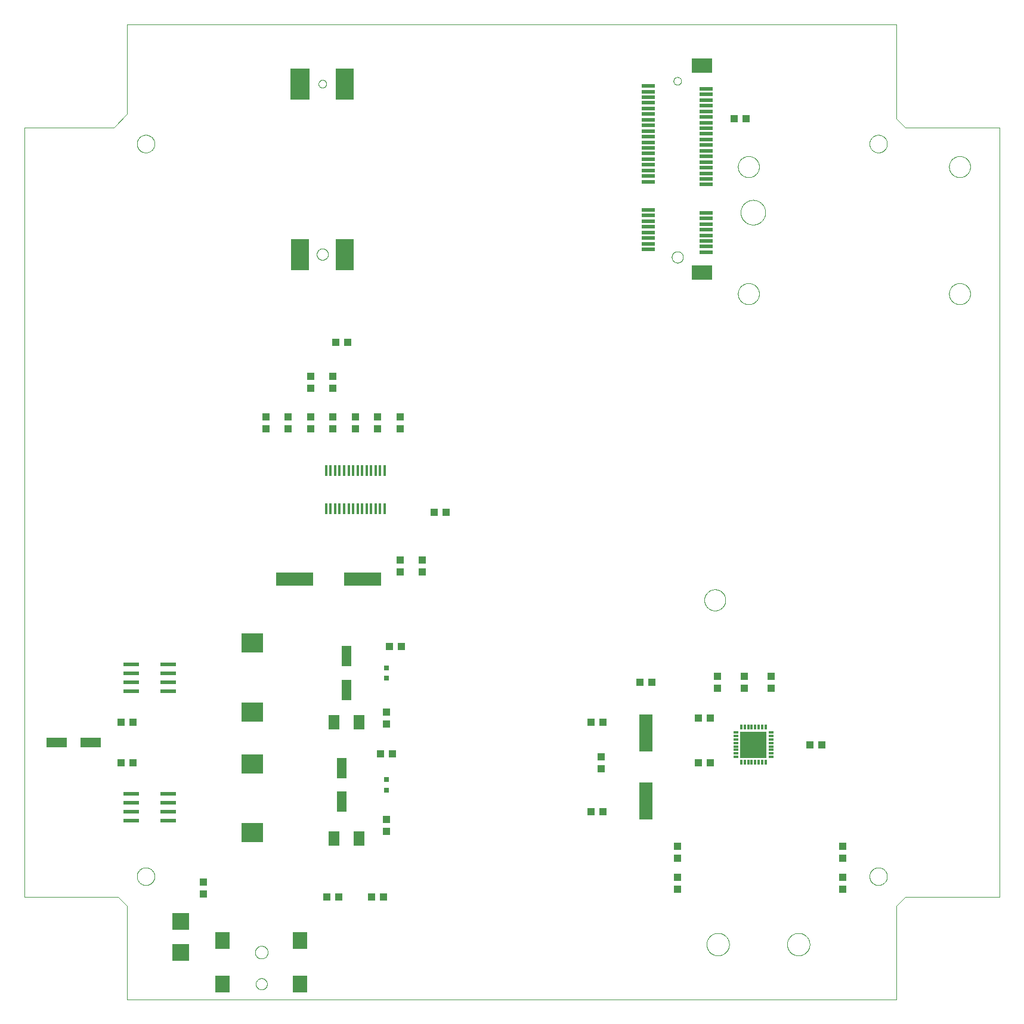
<source format=gtp>
G04 EAGLE Gerber RS-274X export*
G75*
%MOMM*%
%FSLAX34Y34*%
%LPD*%
%INTop solder paste for stencil*%
%IPPOS*%
%AMOC8*
5,1,8,0,0,1.08239X$1,22.5*%
G01*
%ADD10C,0.000000*%
%ADD11R,2.200000X0.600000*%
%ADD12R,1.900000X0.525000*%
%ADD13R,3.000000X2.100000*%
%ADD14R,2.650000X4.500000*%
%ADD15R,2.687500X4.500000*%
%ADD16R,2.000000X2.400000*%
%ADD17R,1.500000X2.100000*%
%ADD18R,3.050000X2.800000*%
%ADD19R,1.100000X1.000000*%
%ADD20R,1.400000X3.000000*%
%ADD21R,0.800000X0.800000*%
%ADD22R,0.350000X1.500000*%
%ADD23R,1.000000X1.100000*%
%ADD24R,5.334000X1.930400*%
%ADD25R,0.800000X0.300000*%
%ADD26R,0.300000X0.800000*%
%ADD27R,3.800000X3.800000*%
%ADD28R,1.930400X5.334000*%
%ADD29R,2.400000X2.400000*%
%ADD30R,3.000000X1.400000*%


D10*
X158750Y0D02*
X1250950Y0D01*
X172500Y175000D02*
X172504Y175307D01*
X172515Y175613D01*
X172534Y175920D01*
X172560Y176225D01*
X172594Y176530D01*
X172635Y176834D01*
X172684Y177137D01*
X172740Y177439D01*
X172804Y177739D01*
X172875Y178037D01*
X172953Y178334D01*
X173038Y178629D01*
X173131Y178921D01*
X173231Y179211D01*
X173338Y179499D01*
X173452Y179784D01*
X173572Y180066D01*
X173700Y180344D01*
X173835Y180620D01*
X173976Y180892D01*
X174124Y181161D01*
X174278Y181426D01*
X174439Y181687D01*
X174607Y181945D01*
X174780Y182198D01*
X174960Y182446D01*
X175146Y182690D01*
X175337Y182930D01*
X175535Y183165D01*
X175738Y183394D01*
X175947Y183619D01*
X176161Y183839D01*
X176381Y184053D01*
X176606Y184262D01*
X176835Y184465D01*
X177070Y184663D01*
X177310Y184854D01*
X177554Y185040D01*
X177802Y185220D01*
X178055Y185393D01*
X178313Y185561D01*
X178574Y185722D01*
X178839Y185876D01*
X179108Y186024D01*
X179380Y186165D01*
X179656Y186300D01*
X179934Y186428D01*
X180216Y186548D01*
X180501Y186662D01*
X180789Y186769D01*
X181079Y186869D01*
X181371Y186962D01*
X181666Y187047D01*
X181963Y187125D01*
X182261Y187196D01*
X182561Y187260D01*
X182863Y187316D01*
X183166Y187365D01*
X183470Y187406D01*
X183775Y187440D01*
X184080Y187466D01*
X184387Y187485D01*
X184693Y187496D01*
X185000Y187500D01*
X185307Y187496D01*
X185613Y187485D01*
X185920Y187466D01*
X186225Y187440D01*
X186530Y187406D01*
X186834Y187365D01*
X187137Y187316D01*
X187439Y187260D01*
X187739Y187196D01*
X188037Y187125D01*
X188334Y187047D01*
X188629Y186962D01*
X188921Y186869D01*
X189211Y186769D01*
X189499Y186662D01*
X189784Y186548D01*
X190066Y186428D01*
X190344Y186300D01*
X190620Y186165D01*
X190892Y186024D01*
X191161Y185876D01*
X191426Y185722D01*
X191687Y185561D01*
X191945Y185393D01*
X192198Y185220D01*
X192446Y185040D01*
X192690Y184854D01*
X192930Y184663D01*
X193165Y184465D01*
X193394Y184262D01*
X193619Y184053D01*
X193839Y183839D01*
X194053Y183619D01*
X194262Y183394D01*
X194465Y183165D01*
X194663Y182930D01*
X194854Y182690D01*
X195040Y182446D01*
X195220Y182198D01*
X195393Y181945D01*
X195561Y181687D01*
X195722Y181426D01*
X195876Y181161D01*
X196024Y180892D01*
X196165Y180620D01*
X196300Y180344D01*
X196428Y180066D01*
X196548Y179784D01*
X196662Y179499D01*
X196769Y179211D01*
X196869Y178921D01*
X196962Y178629D01*
X197047Y178334D01*
X197125Y178037D01*
X197196Y177739D01*
X197260Y177439D01*
X197316Y177137D01*
X197365Y176834D01*
X197406Y176530D01*
X197440Y176225D01*
X197466Y175920D01*
X197485Y175613D01*
X197496Y175307D01*
X197500Y175000D01*
X197496Y174693D01*
X197485Y174387D01*
X197466Y174080D01*
X197440Y173775D01*
X197406Y173470D01*
X197365Y173166D01*
X197316Y172863D01*
X197260Y172561D01*
X197196Y172261D01*
X197125Y171963D01*
X197047Y171666D01*
X196962Y171371D01*
X196869Y171079D01*
X196769Y170789D01*
X196662Y170501D01*
X196548Y170216D01*
X196428Y169934D01*
X196300Y169656D01*
X196165Y169380D01*
X196024Y169108D01*
X195876Y168839D01*
X195722Y168574D01*
X195561Y168313D01*
X195393Y168055D01*
X195220Y167802D01*
X195040Y167554D01*
X194854Y167310D01*
X194663Y167070D01*
X194465Y166835D01*
X194262Y166606D01*
X194053Y166381D01*
X193839Y166161D01*
X193619Y165947D01*
X193394Y165738D01*
X193165Y165535D01*
X192930Y165337D01*
X192690Y165146D01*
X192446Y164960D01*
X192198Y164780D01*
X191945Y164607D01*
X191687Y164439D01*
X191426Y164278D01*
X191161Y164124D01*
X190892Y163976D01*
X190620Y163835D01*
X190344Y163700D01*
X190066Y163572D01*
X189784Y163452D01*
X189499Y163338D01*
X189211Y163231D01*
X188921Y163131D01*
X188629Y163038D01*
X188334Y162953D01*
X188037Y162875D01*
X187739Y162804D01*
X187439Y162740D01*
X187137Y162684D01*
X186834Y162635D01*
X186530Y162594D01*
X186225Y162560D01*
X185920Y162534D01*
X185613Y162515D01*
X185307Y162504D01*
X185000Y162500D01*
X184693Y162504D01*
X184387Y162515D01*
X184080Y162534D01*
X183775Y162560D01*
X183470Y162594D01*
X183166Y162635D01*
X182863Y162684D01*
X182561Y162740D01*
X182261Y162804D01*
X181963Y162875D01*
X181666Y162953D01*
X181371Y163038D01*
X181079Y163131D01*
X180789Y163231D01*
X180501Y163338D01*
X180216Y163452D01*
X179934Y163572D01*
X179656Y163700D01*
X179380Y163835D01*
X179108Y163976D01*
X178839Y164124D01*
X178574Y164278D01*
X178313Y164439D01*
X178055Y164607D01*
X177802Y164780D01*
X177554Y164960D01*
X177310Y165146D01*
X177070Y165337D01*
X176835Y165535D01*
X176606Y165738D01*
X176381Y165947D01*
X176161Y166161D01*
X175947Y166381D01*
X175738Y166606D01*
X175535Y166835D01*
X175337Y167070D01*
X175146Y167310D01*
X174960Y167554D01*
X174780Y167802D01*
X174607Y168055D01*
X174439Y168313D01*
X174278Y168574D01*
X174124Y168839D01*
X173976Y169108D01*
X173835Y169380D01*
X173700Y169656D01*
X173572Y169934D01*
X173452Y170216D01*
X173338Y170501D01*
X173231Y170789D01*
X173131Y171079D01*
X173038Y171371D01*
X172953Y171666D01*
X172875Y171963D01*
X172804Y172261D01*
X172740Y172561D01*
X172684Y172863D01*
X172635Y173166D01*
X172594Y173470D01*
X172560Y173775D01*
X172534Y174080D01*
X172515Y174387D01*
X172504Y174693D01*
X172500Y175000D01*
X172500Y1215000D02*
X172504Y1215307D01*
X172515Y1215613D01*
X172534Y1215920D01*
X172560Y1216225D01*
X172594Y1216530D01*
X172635Y1216834D01*
X172684Y1217137D01*
X172740Y1217439D01*
X172804Y1217739D01*
X172875Y1218037D01*
X172953Y1218334D01*
X173038Y1218629D01*
X173131Y1218921D01*
X173231Y1219211D01*
X173338Y1219499D01*
X173452Y1219784D01*
X173572Y1220066D01*
X173700Y1220344D01*
X173835Y1220620D01*
X173976Y1220892D01*
X174124Y1221161D01*
X174278Y1221426D01*
X174439Y1221687D01*
X174607Y1221945D01*
X174780Y1222198D01*
X174960Y1222446D01*
X175146Y1222690D01*
X175337Y1222930D01*
X175535Y1223165D01*
X175738Y1223394D01*
X175947Y1223619D01*
X176161Y1223839D01*
X176381Y1224053D01*
X176606Y1224262D01*
X176835Y1224465D01*
X177070Y1224663D01*
X177310Y1224854D01*
X177554Y1225040D01*
X177802Y1225220D01*
X178055Y1225393D01*
X178313Y1225561D01*
X178574Y1225722D01*
X178839Y1225876D01*
X179108Y1226024D01*
X179380Y1226165D01*
X179656Y1226300D01*
X179934Y1226428D01*
X180216Y1226548D01*
X180501Y1226662D01*
X180789Y1226769D01*
X181079Y1226869D01*
X181371Y1226962D01*
X181666Y1227047D01*
X181963Y1227125D01*
X182261Y1227196D01*
X182561Y1227260D01*
X182863Y1227316D01*
X183166Y1227365D01*
X183470Y1227406D01*
X183775Y1227440D01*
X184080Y1227466D01*
X184387Y1227485D01*
X184693Y1227496D01*
X185000Y1227500D01*
X185307Y1227496D01*
X185613Y1227485D01*
X185920Y1227466D01*
X186225Y1227440D01*
X186530Y1227406D01*
X186834Y1227365D01*
X187137Y1227316D01*
X187439Y1227260D01*
X187739Y1227196D01*
X188037Y1227125D01*
X188334Y1227047D01*
X188629Y1226962D01*
X188921Y1226869D01*
X189211Y1226769D01*
X189499Y1226662D01*
X189784Y1226548D01*
X190066Y1226428D01*
X190344Y1226300D01*
X190620Y1226165D01*
X190892Y1226024D01*
X191161Y1225876D01*
X191426Y1225722D01*
X191687Y1225561D01*
X191945Y1225393D01*
X192198Y1225220D01*
X192446Y1225040D01*
X192690Y1224854D01*
X192930Y1224663D01*
X193165Y1224465D01*
X193394Y1224262D01*
X193619Y1224053D01*
X193839Y1223839D01*
X194053Y1223619D01*
X194262Y1223394D01*
X194465Y1223165D01*
X194663Y1222930D01*
X194854Y1222690D01*
X195040Y1222446D01*
X195220Y1222198D01*
X195393Y1221945D01*
X195561Y1221687D01*
X195722Y1221426D01*
X195876Y1221161D01*
X196024Y1220892D01*
X196165Y1220620D01*
X196300Y1220344D01*
X196428Y1220066D01*
X196548Y1219784D01*
X196662Y1219499D01*
X196769Y1219211D01*
X196869Y1218921D01*
X196962Y1218629D01*
X197047Y1218334D01*
X197125Y1218037D01*
X197196Y1217739D01*
X197260Y1217439D01*
X197316Y1217137D01*
X197365Y1216834D01*
X197406Y1216530D01*
X197440Y1216225D01*
X197466Y1215920D01*
X197485Y1215613D01*
X197496Y1215307D01*
X197500Y1215000D01*
X197496Y1214693D01*
X197485Y1214387D01*
X197466Y1214080D01*
X197440Y1213775D01*
X197406Y1213470D01*
X197365Y1213166D01*
X197316Y1212863D01*
X197260Y1212561D01*
X197196Y1212261D01*
X197125Y1211963D01*
X197047Y1211666D01*
X196962Y1211371D01*
X196869Y1211079D01*
X196769Y1210789D01*
X196662Y1210501D01*
X196548Y1210216D01*
X196428Y1209934D01*
X196300Y1209656D01*
X196165Y1209380D01*
X196024Y1209108D01*
X195876Y1208839D01*
X195722Y1208574D01*
X195561Y1208313D01*
X195393Y1208055D01*
X195220Y1207802D01*
X195040Y1207554D01*
X194854Y1207310D01*
X194663Y1207070D01*
X194465Y1206835D01*
X194262Y1206606D01*
X194053Y1206381D01*
X193839Y1206161D01*
X193619Y1205947D01*
X193394Y1205738D01*
X193165Y1205535D01*
X192930Y1205337D01*
X192690Y1205146D01*
X192446Y1204960D01*
X192198Y1204780D01*
X191945Y1204607D01*
X191687Y1204439D01*
X191426Y1204278D01*
X191161Y1204124D01*
X190892Y1203976D01*
X190620Y1203835D01*
X190344Y1203700D01*
X190066Y1203572D01*
X189784Y1203452D01*
X189499Y1203338D01*
X189211Y1203231D01*
X188921Y1203131D01*
X188629Y1203038D01*
X188334Y1202953D01*
X188037Y1202875D01*
X187739Y1202804D01*
X187439Y1202740D01*
X187137Y1202684D01*
X186834Y1202635D01*
X186530Y1202594D01*
X186225Y1202560D01*
X185920Y1202534D01*
X185613Y1202515D01*
X185307Y1202504D01*
X185000Y1202500D01*
X184693Y1202504D01*
X184387Y1202515D01*
X184080Y1202534D01*
X183775Y1202560D01*
X183470Y1202594D01*
X183166Y1202635D01*
X182863Y1202684D01*
X182561Y1202740D01*
X182261Y1202804D01*
X181963Y1202875D01*
X181666Y1202953D01*
X181371Y1203038D01*
X181079Y1203131D01*
X180789Y1203231D01*
X180501Y1203338D01*
X180216Y1203452D01*
X179934Y1203572D01*
X179656Y1203700D01*
X179380Y1203835D01*
X179108Y1203976D01*
X178839Y1204124D01*
X178574Y1204278D01*
X178313Y1204439D01*
X178055Y1204607D01*
X177802Y1204780D01*
X177554Y1204960D01*
X177310Y1205146D01*
X177070Y1205337D01*
X176835Y1205535D01*
X176606Y1205738D01*
X176381Y1205947D01*
X176161Y1206161D01*
X175947Y1206381D01*
X175738Y1206606D01*
X175535Y1206835D01*
X175337Y1207070D01*
X175146Y1207310D01*
X174960Y1207554D01*
X174780Y1207802D01*
X174607Y1208055D01*
X174439Y1208313D01*
X174278Y1208574D01*
X174124Y1208839D01*
X173976Y1209108D01*
X173835Y1209380D01*
X173700Y1209656D01*
X173572Y1209934D01*
X173452Y1210216D01*
X173338Y1210501D01*
X173231Y1210789D01*
X173131Y1211079D01*
X173038Y1211371D01*
X172953Y1211666D01*
X172875Y1211963D01*
X172804Y1212261D01*
X172740Y1212561D01*
X172684Y1212863D01*
X172635Y1213166D01*
X172594Y1213470D01*
X172560Y1213775D01*
X172534Y1214080D01*
X172515Y1214387D01*
X172504Y1214693D01*
X172500Y1215000D01*
X1212500Y1215000D02*
X1212504Y1215307D01*
X1212515Y1215613D01*
X1212534Y1215920D01*
X1212560Y1216225D01*
X1212594Y1216530D01*
X1212635Y1216834D01*
X1212684Y1217137D01*
X1212740Y1217439D01*
X1212804Y1217739D01*
X1212875Y1218037D01*
X1212953Y1218334D01*
X1213038Y1218629D01*
X1213131Y1218921D01*
X1213231Y1219211D01*
X1213338Y1219499D01*
X1213452Y1219784D01*
X1213572Y1220066D01*
X1213700Y1220344D01*
X1213835Y1220620D01*
X1213976Y1220892D01*
X1214124Y1221161D01*
X1214278Y1221426D01*
X1214439Y1221687D01*
X1214607Y1221945D01*
X1214780Y1222198D01*
X1214960Y1222446D01*
X1215146Y1222690D01*
X1215337Y1222930D01*
X1215535Y1223165D01*
X1215738Y1223394D01*
X1215947Y1223619D01*
X1216161Y1223839D01*
X1216381Y1224053D01*
X1216606Y1224262D01*
X1216835Y1224465D01*
X1217070Y1224663D01*
X1217310Y1224854D01*
X1217554Y1225040D01*
X1217802Y1225220D01*
X1218055Y1225393D01*
X1218313Y1225561D01*
X1218574Y1225722D01*
X1218839Y1225876D01*
X1219108Y1226024D01*
X1219380Y1226165D01*
X1219656Y1226300D01*
X1219934Y1226428D01*
X1220216Y1226548D01*
X1220501Y1226662D01*
X1220789Y1226769D01*
X1221079Y1226869D01*
X1221371Y1226962D01*
X1221666Y1227047D01*
X1221963Y1227125D01*
X1222261Y1227196D01*
X1222561Y1227260D01*
X1222863Y1227316D01*
X1223166Y1227365D01*
X1223470Y1227406D01*
X1223775Y1227440D01*
X1224080Y1227466D01*
X1224387Y1227485D01*
X1224693Y1227496D01*
X1225000Y1227500D01*
X1225307Y1227496D01*
X1225613Y1227485D01*
X1225920Y1227466D01*
X1226225Y1227440D01*
X1226530Y1227406D01*
X1226834Y1227365D01*
X1227137Y1227316D01*
X1227439Y1227260D01*
X1227739Y1227196D01*
X1228037Y1227125D01*
X1228334Y1227047D01*
X1228629Y1226962D01*
X1228921Y1226869D01*
X1229211Y1226769D01*
X1229499Y1226662D01*
X1229784Y1226548D01*
X1230066Y1226428D01*
X1230344Y1226300D01*
X1230620Y1226165D01*
X1230892Y1226024D01*
X1231161Y1225876D01*
X1231426Y1225722D01*
X1231687Y1225561D01*
X1231945Y1225393D01*
X1232198Y1225220D01*
X1232446Y1225040D01*
X1232690Y1224854D01*
X1232930Y1224663D01*
X1233165Y1224465D01*
X1233394Y1224262D01*
X1233619Y1224053D01*
X1233839Y1223839D01*
X1234053Y1223619D01*
X1234262Y1223394D01*
X1234465Y1223165D01*
X1234663Y1222930D01*
X1234854Y1222690D01*
X1235040Y1222446D01*
X1235220Y1222198D01*
X1235393Y1221945D01*
X1235561Y1221687D01*
X1235722Y1221426D01*
X1235876Y1221161D01*
X1236024Y1220892D01*
X1236165Y1220620D01*
X1236300Y1220344D01*
X1236428Y1220066D01*
X1236548Y1219784D01*
X1236662Y1219499D01*
X1236769Y1219211D01*
X1236869Y1218921D01*
X1236962Y1218629D01*
X1237047Y1218334D01*
X1237125Y1218037D01*
X1237196Y1217739D01*
X1237260Y1217439D01*
X1237316Y1217137D01*
X1237365Y1216834D01*
X1237406Y1216530D01*
X1237440Y1216225D01*
X1237466Y1215920D01*
X1237485Y1215613D01*
X1237496Y1215307D01*
X1237500Y1215000D01*
X1237496Y1214693D01*
X1237485Y1214387D01*
X1237466Y1214080D01*
X1237440Y1213775D01*
X1237406Y1213470D01*
X1237365Y1213166D01*
X1237316Y1212863D01*
X1237260Y1212561D01*
X1237196Y1212261D01*
X1237125Y1211963D01*
X1237047Y1211666D01*
X1236962Y1211371D01*
X1236869Y1211079D01*
X1236769Y1210789D01*
X1236662Y1210501D01*
X1236548Y1210216D01*
X1236428Y1209934D01*
X1236300Y1209656D01*
X1236165Y1209380D01*
X1236024Y1209108D01*
X1235876Y1208839D01*
X1235722Y1208574D01*
X1235561Y1208313D01*
X1235393Y1208055D01*
X1235220Y1207802D01*
X1235040Y1207554D01*
X1234854Y1207310D01*
X1234663Y1207070D01*
X1234465Y1206835D01*
X1234262Y1206606D01*
X1234053Y1206381D01*
X1233839Y1206161D01*
X1233619Y1205947D01*
X1233394Y1205738D01*
X1233165Y1205535D01*
X1232930Y1205337D01*
X1232690Y1205146D01*
X1232446Y1204960D01*
X1232198Y1204780D01*
X1231945Y1204607D01*
X1231687Y1204439D01*
X1231426Y1204278D01*
X1231161Y1204124D01*
X1230892Y1203976D01*
X1230620Y1203835D01*
X1230344Y1203700D01*
X1230066Y1203572D01*
X1229784Y1203452D01*
X1229499Y1203338D01*
X1229211Y1203231D01*
X1228921Y1203131D01*
X1228629Y1203038D01*
X1228334Y1202953D01*
X1228037Y1202875D01*
X1227739Y1202804D01*
X1227439Y1202740D01*
X1227137Y1202684D01*
X1226834Y1202635D01*
X1226530Y1202594D01*
X1226225Y1202560D01*
X1225920Y1202534D01*
X1225613Y1202515D01*
X1225307Y1202504D01*
X1225000Y1202500D01*
X1224693Y1202504D01*
X1224387Y1202515D01*
X1224080Y1202534D01*
X1223775Y1202560D01*
X1223470Y1202594D01*
X1223166Y1202635D01*
X1222863Y1202684D01*
X1222561Y1202740D01*
X1222261Y1202804D01*
X1221963Y1202875D01*
X1221666Y1202953D01*
X1221371Y1203038D01*
X1221079Y1203131D01*
X1220789Y1203231D01*
X1220501Y1203338D01*
X1220216Y1203452D01*
X1219934Y1203572D01*
X1219656Y1203700D01*
X1219380Y1203835D01*
X1219108Y1203976D01*
X1218839Y1204124D01*
X1218574Y1204278D01*
X1218313Y1204439D01*
X1218055Y1204607D01*
X1217802Y1204780D01*
X1217554Y1204960D01*
X1217310Y1205146D01*
X1217070Y1205337D01*
X1216835Y1205535D01*
X1216606Y1205738D01*
X1216381Y1205947D01*
X1216161Y1206161D01*
X1215947Y1206381D01*
X1215738Y1206606D01*
X1215535Y1206835D01*
X1215337Y1207070D01*
X1215146Y1207310D01*
X1214960Y1207554D01*
X1214780Y1207802D01*
X1214607Y1208055D01*
X1214439Y1208313D01*
X1214278Y1208574D01*
X1214124Y1208839D01*
X1213976Y1209108D01*
X1213835Y1209380D01*
X1213700Y1209656D01*
X1213572Y1209934D01*
X1213452Y1210216D01*
X1213338Y1210501D01*
X1213231Y1210789D01*
X1213131Y1211079D01*
X1213038Y1211371D01*
X1212953Y1211666D01*
X1212875Y1211963D01*
X1212804Y1212261D01*
X1212740Y1212561D01*
X1212684Y1212863D01*
X1212635Y1213166D01*
X1212594Y1213470D01*
X1212560Y1213775D01*
X1212534Y1214080D01*
X1212515Y1214387D01*
X1212504Y1214693D01*
X1212500Y1215000D01*
X1212500Y175000D02*
X1212504Y175307D01*
X1212515Y175613D01*
X1212534Y175920D01*
X1212560Y176225D01*
X1212594Y176530D01*
X1212635Y176834D01*
X1212684Y177137D01*
X1212740Y177439D01*
X1212804Y177739D01*
X1212875Y178037D01*
X1212953Y178334D01*
X1213038Y178629D01*
X1213131Y178921D01*
X1213231Y179211D01*
X1213338Y179499D01*
X1213452Y179784D01*
X1213572Y180066D01*
X1213700Y180344D01*
X1213835Y180620D01*
X1213976Y180892D01*
X1214124Y181161D01*
X1214278Y181426D01*
X1214439Y181687D01*
X1214607Y181945D01*
X1214780Y182198D01*
X1214960Y182446D01*
X1215146Y182690D01*
X1215337Y182930D01*
X1215535Y183165D01*
X1215738Y183394D01*
X1215947Y183619D01*
X1216161Y183839D01*
X1216381Y184053D01*
X1216606Y184262D01*
X1216835Y184465D01*
X1217070Y184663D01*
X1217310Y184854D01*
X1217554Y185040D01*
X1217802Y185220D01*
X1218055Y185393D01*
X1218313Y185561D01*
X1218574Y185722D01*
X1218839Y185876D01*
X1219108Y186024D01*
X1219380Y186165D01*
X1219656Y186300D01*
X1219934Y186428D01*
X1220216Y186548D01*
X1220501Y186662D01*
X1220789Y186769D01*
X1221079Y186869D01*
X1221371Y186962D01*
X1221666Y187047D01*
X1221963Y187125D01*
X1222261Y187196D01*
X1222561Y187260D01*
X1222863Y187316D01*
X1223166Y187365D01*
X1223470Y187406D01*
X1223775Y187440D01*
X1224080Y187466D01*
X1224387Y187485D01*
X1224693Y187496D01*
X1225000Y187500D01*
X1225307Y187496D01*
X1225613Y187485D01*
X1225920Y187466D01*
X1226225Y187440D01*
X1226530Y187406D01*
X1226834Y187365D01*
X1227137Y187316D01*
X1227439Y187260D01*
X1227739Y187196D01*
X1228037Y187125D01*
X1228334Y187047D01*
X1228629Y186962D01*
X1228921Y186869D01*
X1229211Y186769D01*
X1229499Y186662D01*
X1229784Y186548D01*
X1230066Y186428D01*
X1230344Y186300D01*
X1230620Y186165D01*
X1230892Y186024D01*
X1231161Y185876D01*
X1231426Y185722D01*
X1231687Y185561D01*
X1231945Y185393D01*
X1232198Y185220D01*
X1232446Y185040D01*
X1232690Y184854D01*
X1232930Y184663D01*
X1233165Y184465D01*
X1233394Y184262D01*
X1233619Y184053D01*
X1233839Y183839D01*
X1234053Y183619D01*
X1234262Y183394D01*
X1234465Y183165D01*
X1234663Y182930D01*
X1234854Y182690D01*
X1235040Y182446D01*
X1235220Y182198D01*
X1235393Y181945D01*
X1235561Y181687D01*
X1235722Y181426D01*
X1235876Y181161D01*
X1236024Y180892D01*
X1236165Y180620D01*
X1236300Y180344D01*
X1236428Y180066D01*
X1236548Y179784D01*
X1236662Y179499D01*
X1236769Y179211D01*
X1236869Y178921D01*
X1236962Y178629D01*
X1237047Y178334D01*
X1237125Y178037D01*
X1237196Y177739D01*
X1237260Y177439D01*
X1237316Y177137D01*
X1237365Y176834D01*
X1237406Y176530D01*
X1237440Y176225D01*
X1237466Y175920D01*
X1237485Y175613D01*
X1237496Y175307D01*
X1237500Y175000D01*
X1237496Y174693D01*
X1237485Y174387D01*
X1237466Y174080D01*
X1237440Y173775D01*
X1237406Y173470D01*
X1237365Y173166D01*
X1237316Y172863D01*
X1237260Y172561D01*
X1237196Y172261D01*
X1237125Y171963D01*
X1237047Y171666D01*
X1236962Y171371D01*
X1236869Y171079D01*
X1236769Y170789D01*
X1236662Y170501D01*
X1236548Y170216D01*
X1236428Y169934D01*
X1236300Y169656D01*
X1236165Y169380D01*
X1236024Y169108D01*
X1235876Y168839D01*
X1235722Y168574D01*
X1235561Y168313D01*
X1235393Y168055D01*
X1235220Y167802D01*
X1235040Y167554D01*
X1234854Y167310D01*
X1234663Y167070D01*
X1234465Y166835D01*
X1234262Y166606D01*
X1234053Y166381D01*
X1233839Y166161D01*
X1233619Y165947D01*
X1233394Y165738D01*
X1233165Y165535D01*
X1232930Y165337D01*
X1232690Y165146D01*
X1232446Y164960D01*
X1232198Y164780D01*
X1231945Y164607D01*
X1231687Y164439D01*
X1231426Y164278D01*
X1231161Y164124D01*
X1230892Y163976D01*
X1230620Y163835D01*
X1230344Y163700D01*
X1230066Y163572D01*
X1229784Y163452D01*
X1229499Y163338D01*
X1229211Y163231D01*
X1228921Y163131D01*
X1228629Y163038D01*
X1228334Y162953D01*
X1228037Y162875D01*
X1227739Y162804D01*
X1227439Y162740D01*
X1227137Y162684D01*
X1226834Y162635D01*
X1226530Y162594D01*
X1226225Y162560D01*
X1225920Y162534D01*
X1225613Y162515D01*
X1225307Y162504D01*
X1225000Y162500D01*
X1224693Y162504D01*
X1224387Y162515D01*
X1224080Y162534D01*
X1223775Y162560D01*
X1223470Y162594D01*
X1223166Y162635D01*
X1222863Y162684D01*
X1222561Y162740D01*
X1222261Y162804D01*
X1221963Y162875D01*
X1221666Y162953D01*
X1221371Y163038D01*
X1221079Y163131D01*
X1220789Y163231D01*
X1220501Y163338D01*
X1220216Y163452D01*
X1219934Y163572D01*
X1219656Y163700D01*
X1219380Y163835D01*
X1219108Y163976D01*
X1218839Y164124D01*
X1218574Y164278D01*
X1218313Y164439D01*
X1218055Y164607D01*
X1217802Y164780D01*
X1217554Y164960D01*
X1217310Y165146D01*
X1217070Y165337D01*
X1216835Y165535D01*
X1216606Y165738D01*
X1216381Y165947D01*
X1216161Y166161D01*
X1215947Y166381D01*
X1215738Y166606D01*
X1215535Y166835D01*
X1215337Y167070D01*
X1215146Y167310D01*
X1214960Y167554D01*
X1214780Y167802D01*
X1214607Y168055D01*
X1214439Y168313D01*
X1214278Y168574D01*
X1214124Y168839D01*
X1213976Y169108D01*
X1213835Y169380D01*
X1213700Y169656D01*
X1213572Y169934D01*
X1213452Y170216D01*
X1213338Y170501D01*
X1213231Y170789D01*
X1213131Y171079D01*
X1213038Y171371D01*
X1212953Y171666D01*
X1212875Y171963D01*
X1212804Y172261D01*
X1212740Y172561D01*
X1212684Y172863D01*
X1212635Y173166D01*
X1212594Y173470D01*
X1212560Y173775D01*
X1212534Y174080D01*
X1212515Y174387D01*
X1212504Y174693D01*
X1212500Y175000D01*
X1263650Y1238250D02*
X1397000Y1238250D01*
X1263650Y1238250D02*
X1250950Y1250950D01*
X1250950Y1384300D01*
X158750Y1384300D01*
X158750Y1257300D01*
X139700Y1238250D01*
X12700Y1238250D01*
X1397000Y1238250D02*
X1397000Y146050D01*
X1263650Y146050D01*
X1250950Y133350D01*
X1250950Y0D01*
X12700Y146050D02*
X12700Y1238250D01*
X12700Y146050D02*
X146050Y146050D01*
X158750Y133350D02*
X158750Y0D01*
X158750Y133350D02*
X146050Y146050D01*
X978050Y567300D02*
X978055Y567668D01*
X978068Y568036D01*
X978091Y568403D01*
X978122Y568770D01*
X978163Y569136D01*
X978212Y569501D01*
X978271Y569864D01*
X978338Y570226D01*
X978414Y570587D01*
X978500Y570945D01*
X978593Y571301D01*
X978696Y571654D01*
X978807Y572005D01*
X978927Y572353D01*
X979055Y572698D01*
X979192Y573040D01*
X979337Y573379D01*
X979490Y573713D01*
X979652Y574044D01*
X979821Y574371D01*
X979999Y574693D01*
X980184Y575012D01*
X980377Y575325D01*
X980578Y575634D01*
X980786Y575937D01*
X981002Y576235D01*
X981225Y576528D01*
X981455Y576816D01*
X981692Y577098D01*
X981936Y577373D01*
X982186Y577643D01*
X982443Y577907D01*
X982707Y578164D01*
X982977Y578414D01*
X983252Y578658D01*
X983534Y578895D01*
X983822Y579125D01*
X984115Y579348D01*
X984413Y579564D01*
X984716Y579772D01*
X985025Y579973D01*
X985338Y580166D01*
X985657Y580351D01*
X985979Y580529D01*
X986306Y580698D01*
X986637Y580860D01*
X986971Y581013D01*
X987310Y581158D01*
X987652Y581295D01*
X987997Y581423D01*
X988345Y581543D01*
X988696Y581654D01*
X989049Y581757D01*
X989405Y581850D01*
X989763Y581936D01*
X990124Y582012D01*
X990486Y582079D01*
X990849Y582138D01*
X991214Y582187D01*
X991580Y582228D01*
X991947Y582259D01*
X992314Y582282D01*
X992682Y582295D01*
X993050Y582300D01*
X993418Y582295D01*
X993786Y582282D01*
X994153Y582259D01*
X994520Y582228D01*
X994886Y582187D01*
X995251Y582138D01*
X995614Y582079D01*
X995976Y582012D01*
X996337Y581936D01*
X996695Y581850D01*
X997051Y581757D01*
X997404Y581654D01*
X997755Y581543D01*
X998103Y581423D01*
X998448Y581295D01*
X998790Y581158D01*
X999129Y581013D01*
X999463Y580860D01*
X999794Y580698D01*
X1000121Y580529D01*
X1000443Y580351D01*
X1000762Y580166D01*
X1001075Y579973D01*
X1001384Y579772D01*
X1001687Y579564D01*
X1001985Y579348D01*
X1002278Y579125D01*
X1002566Y578895D01*
X1002848Y578658D01*
X1003123Y578414D01*
X1003393Y578164D01*
X1003657Y577907D01*
X1003914Y577643D01*
X1004164Y577373D01*
X1004408Y577098D01*
X1004645Y576816D01*
X1004875Y576528D01*
X1005098Y576235D01*
X1005314Y575937D01*
X1005522Y575634D01*
X1005723Y575325D01*
X1005916Y575012D01*
X1006101Y574693D01*
X1006279Y574371D01*
X1006448Y574044D01*
X1006610Y573713D01*
X1006763Y573379D01*
X1006908Y573040D01*
X1007045Y572698D01*
X1007173Y572353D01*
X1007293Y572005D01*
X1007404Y571654D01*
X1007507Y571301D01*
X1007600Y570945D01*
X1007686Y570587D01*
X1007762Y570226D01*
X1007829Y569864D01*
X1007888Y569501D01*
X1007937Y569136D01*
X1007978Y568770D01*
X1008009Y568403D01*
X1008032Y568036D01*
X1008045Y567668D01*
X1008050Y567300D01*
X1008045Y566932D01*
X1008032Y566564D01*
X1008009Y566197D01*
X1007978Y565830D01*
X1007937Y565464D01*
X1007888Y565099D01*
X1007829Y564736D01*
X1007762Y564374D01*
X1007686Y564013D01*
X1007600Y563655D01*
X1007507Y563299D01*
X1007404Y562946D01*
X1007293Y562595D01*
X1007173Y562247D01*
X1007045Y561902D01*
X1006908Y561560D01*
X1006763Y561221D01*
X1006610Y560887D01*
X1006448Y560556D01*
X1006279Y560229D01*
X1006101Y559907D01*
X1005916Y559588D01*
X1005723Y559275D01*
X1005522Y558966D01*
X1005314Y558663D01*
X1005098Y558365D01*
X1004875Y558072D01*
X1004645Y557784D01*
X1004408Y557502D01*
X1004164Y557227D01*
X1003914Y556957D01*
X1003657Y556693D01*
X1003393Y556436D01*
X1003123Y556186D01*
X1002848Y555942D01*
X1002566Y555705D01*
X1002278Y555475D01*
X1001985Y555252D01*
X1001687Y555036D01*
X1001384Y554828D01*
X1001075Y554627D01*
X1000762Y554434D01*
X1000443Y554249D01*
X1000121Y554071D01*
X999794Y553902D01*
X999463Y553740D01*
X999129Y553587D01*
X998790Y553442D01*
X998448Y553305D01*
X998103Y553177D01*
X997755Y553057D01*
X997404Y552946D01*
X997051Y552843D01*
X996695Y552750D01*
X996337Y552664D01*
X995976Y552588D01*
X995614Y552521D01*
X995251Y552462D01*
X994886Y552413D01*
X994520Y552372D01*
X994153Y552341D01*
X993786Y552318D01*
X993418Y552305D01*
X993050Y552300D01*
X992682Y552305D01*
X992314Y552318D01*
X991947Y552341D01*
X991580Y552372D01*
X991214Y552413D01*
X990849Y552462D01*
X990486Y552521D01*
X990124Y552588D01*
X989763Y552664D01*
X989405Y552750D01*
X989049Y552843D01*
X988696Y552946D01*
X988345Y553057D01*
X987997Y553177D01*
X987652Y553305D01*
X987310Y553442D01*
X986971Y553587D01*
X986637Y553740D01*
X986306Y553902D01*
X985979Y554071D01*
X985657Y554249D01*
X985338Y554434D01*
X985025Y554627D01*
X984716Y554828D01*
X984413Y555036D01*
X984115Y555252D01*
X983822Y555475D01*
X983534Y555705D01*
X983252Y555942D01*
X982977Y556186D01*
X982707Y556436D01*
X982443Y556693D01*
X982186Y556957D01*
X981936Y557227D01*
X981692Y557502D01*
X981455Y557784D01*
X981225Y558072D01*
X981002Y558365D01*
X980786Y558663D01*
X980578Y558966D01*
X980377Y559275D01*
X980184Y559588D01*
X979999Y559907D01*
X979821Y560229D01*
X979652Y560556D01*
X979490Y560887D01*
X979337Y561221D01*
X979192Y561560D01*
X979055Y561902D01*
X978927Y562247D01*
X978807Y562595D01*
X978696Y562946D01*
X978593Y563299D01*
X978500Y563655D01*
X978414Y564013D01*
X978338Y564374D01*
X978271Y564736D01*
X978212Y565099D01*
X978163Y565464D01*
X978122Y565830D01*
X978091Y566197D01*
X978068Y566564D01*
X978055Y566932D01*
X978050Y567300D01*
D11*
X216500Y450850D03*
X164500Y450850D03*
X216500Y438150D03*
X216500Y463550D03*
X216500Y476250D03*
X164500Y438150D03*
X164500Y463550D03*
X164500Y476250D03*
D10*
X931800Y1054100D02*
X931802Y1054296D01*
X931810Y1054493D01*
X931822Y1054689D01*
X931839Y1054884D01*
X931860Y1055079D01*
X931887Y1055274D01*
X931918Y1055468D01*
X931954Y1055661D01*
X931994Y1055853D01*
X932040Y1056044D01*
X932090Y1056234D01*
X932144Y1056422D01*
X932204Y1056609D01*
X932268Y1056795D01*
X932336Y1056979D01*
X932409Y1057161D01*
X932486Y1057342D01*
X932568Y1057520D01*
X932654Y1057697D01*
X932745Y1057871D01*
X932839Y1058043D01*
X932938Y1058213D01*
X933041Y1058380D01*
X933148Y1058545D01*
X933259Y1058706D01*
X933374Y1058866D01*
X933493Y1059022D01*
X933616Y1059175D01*
X933742Y1059325D01*
X933872Y1059472D01*
X934006Y1059616D01*
X934143Y1059757D01*
X934284Y1059894D01*
X934428Y1060028D01*
X934575Y1060158D01*
X934725Y1060284D01*
X934878Y1060407D01*
X935034Y1060526D01*
X935194Y1060641D01*
X935355Y1060752D01*
X935520Y1060859D01*
X935687Y1060962D01*
X935857Y1061061D01*
X936029Y1061155D01*
X936203Y1061246D01*
X936380Y1061332D01*
X936558Y1061414D01*
X936739Y1061491D01*
X936921Y1061564D01*
X937105Y1061632D01*
X937291Y1061696D01*
X937478Y1061756D01*
X937666Y1061810D01*
X937856Y1061860D01*
X938047Y1061906D01*
X938239Y1061946D01*
X938432Y1061982D01*
X938626Y1062013D01*
X938821Y1062040D01*
X939016Y1062061D01*
X939211Y1062078D01*
X939407Y1062090D01*
X939604Y1062098D01*
X939800Y1062100D01*
X939996Y1062098D01*
X940193Y1062090D01*
X940389Y1062078D01*
X940584Y1062061D01*
X940779Y1062040D01*
X940974Y1062013D01*
X941168Y1061982D01*
X941361Y1061946D01*
X941553Y1061906D01*
X941744Y1061860D01*
X941934Y1061810D01*
X942122Y1061756D01*
X942309Y1061696D01*
X942495Y1061632D01*
X942679Y1061564D01*
X942861Y1061491D01*
X943042Y1061414D01*
X943220Y1061332D01*
X943397Y1061246D01*
X943571Y1061155D01*
X943743Y1061061D01*
X943913Y1060962D01*
X944080Y1060859D01*
X944245Y1060752D01*
X944406Y1060641D01*
X944566Y1060526D01*
X944722Y1060407D01*
X944875Y1060284D01*
X945025Y1060158D01*
X945172Y1060028D01*
X945316Y1059894D01*
X945457Y1059757D01*
X945594Y1059616D01*
X945728Y1059472D01*
X945858Y1059325D01*
X945984Y1059175D01*
X946107Y1059022D01*
X946226Y1058866D01*
X946341Y1058706D01*
X946452Y1058545D01*
X946559Y1058380D01*
X946662Y1058213D01*
X946761Y1058043D01*
X946855Y1057871D01*
X946946Y1057697D01*
X947032Y1057520D01*
X947114Y1057342D01*
X947191Y1057161D01*
X947264Y1056979D01*
X947332Y1056795D01*
X947396Y1056609D01*
X947456Y1056422D01*
X947510Y1056234D01*
X947560Y1056044D01*
X947606Y1055853D01*
X947646Y1055661D01*
X947682Y1055468D01*
X947713Y1055274D01*
X947740Y1055079D01*
X947761Y1054884D01*
X947778Y1054689D01*
X947790Y1054493D01*
X947798Y1054296D01*
X947800Y1054100D01*
X947798Y1053904D01*
X947790Y1053707D01*
X947778Y1053511D01*
X947761Y1053316D01*
X947740Y1053121D01*
X947713Y1052926D01*
X947682Y1052732D01*
X947646Y1052539D01*
X947606Y1052347D01*
X947560Y1052156D01*
X947510Y1051966D01*
X947456Y1051778D01*
X947396Y1051591D01*
X947332Y1051405D01*
X947264Y1051221D01*
X947191Y1051039D01*
X947114Y1050858D01*
X947032Y1050680D01*
X946946Y1050503D01*
X946855Y1050329D01*
X946761Y1050157D01*
X946662Y1049987D01*
X946559Y1049820D01*
X946452Y1049655D01*
X946341Y1049494D01*
X946226Y1049334D01*
X946107Y1049178D01*
X945984Y1049025D01*
X945858Y1048875D01*
X945728Y1048728D01*
X945594Y1048584D01*
X945457Y1048443D01*
X945316Y1048306D01*
X945172Y1048172D01*
X945025Y1048042D01*
X944875Y1047916D01*
X944722Y1047793D01*
X944566Y1047674D01*
X944406Y1047559D01*
X944245Y1047448D01*
X944080Y1047341D01*
X943913Y1047238D01*
X943743Y1047139D01*
X943571Y1047045D01*
X943397Y1046954D01*
X943220Y1046868D01*
X943042Y1046786D01*
X942861Y1046709D01*
X942679Y1046636D01*
X942495Y1046568D01*
X942309Y1046504D01*
X942122Y1046444D01*
X941934Y1046390D01*
X941744Y1046340D01*
X941553Y1046294D01*
X941361Y1046254D01*
X941168Y1046218D01*
X940974Y1046187D01*
X940779Y1046160D01*
X940584Y1046139D01*
X940389Y1046122D01*
X940193Y1046110D01*
X939996Y1046102D01*
X939800Y1046100D01*
X939604Y1046102D01*
X939407Y1046110D01*
X939211Y1046122D01*
X939016Y1046139D01*
X938821Y1046160D01*
X938626Y1046187D01*
X938432Y1046218D01*
X938239Y1046254D01*
X938047Y1046294D01*
X937856Y1046340D01*
X937666Y1046390D01*
X937478Y1046444D01*
X937291Y1046504D01*
X937105Y1046568D01*
X936921Y1046636D01*
X936739Y1046709D01*
X936558Y1046786D01*
X936380Y1046868D01*
X936203Y1046954D01*
X936029Y1047045D01*
X935857Y1047139D01*
X935687Y1047238D01*
X935520Y1047341D01*
X935355Y1047448D01*
X935194Y1047559D01*
X935034Y1047674D01*
X934878Y1047793D01*
X934725Y1047916D01*
X934575Y1048042D01*
X934428Y1048172D01*
X934284Y1048306D01*
X934143Y1048443D01*
X934006Y1048584D01*
X933872Y1048728D01*
X933742Y1048875D01*
X933616Y1049025D01*
X933493Y1049178D01*
X933374Y1049334D01*
X933259Y1049494D01*
X933148Y1049655D01*
X933041Y1049820D01*
X932938Y1049987D01*
X932839Y1050157D01*
X932745Y1050329D01*
X932654Y1050503D01*
X932568Y1050680D01*
X932486Y1050858D01*
X932409Y1051039D01*
X932336Y1051221D01*
X932268Y1051405D01*
X932204Y1051591D01*
X932144Y1051778D01*
X932090Y1051966D01*
X932040Y1052156D01*
X931994Y1052347D01*
X931954Y1052539D01*
X931918Y1052732D01*
X931887Y1052926D01*
X931860Y1053121D01*
X931839Y1053316D01*
X931822Y1053511D01*
X931810Y1053707D01*
X931802Y1053904D01*
X931800Y1054100D01*
X934300Y1304100D02*
X934302Y1304248D01*
X934308Y1304396D01*
X934318Y1304544D01*
X934332Y1304692D01*
X934350Y1304839D01*
X934372Y1304986D01*
X934398Y1305132D01*
X934427Y1305277D01*
X934461Y1305422D01*
X934499Y1305565D01*
X934540Y1305708D01*
X934585Y1305849D01*
X934635Y1305989D01*
X934687Y1306127D01*
X934744Y1306265D01*
X934804Y1306400D01*
X934868Y1306534D01*
X934935Y1306666D01*
X935006Y1306796D01*
X935081Y1306925D01*
X935159Y1307051D01*
X935240Y1307175D01*
X935324Y1307297D01*
X935412Y1307416D01*
X935503Y1307533D01*
X935597Y1307648D01*
X935695Y1307760D01*
X935795Y1307869D01*
X935898Y1307976D01*
X936004Y1308080D01*
X936112Y1308181D01*
X936224Y1308279D01*
X936338Y1308374D01*
X936454Y1308465D01*
X936573Y1308554D01*
X936694Y1308639D01*
X936818Y1308721D01*
X936944Y1308800D01*
X937071Y1308875D01*
X937201Y1308947D01*
X937333Y1309016D01*
X937466Y1309080D01*
X937601Y1309141D01*
X937738Y1309199D01*
X937876Y1309253D01*
X938016Y1309303D01*
X938157Y1309349D01*
X938299Y1309391D01*
X938442Y1309430D01*
X938586Y1309464D01*
X938732Y1309495D01*
X938877Y1309522D01*
X939024Y1309545D01*
X939171Y1309564D01*
X939319Y1309579D01*
X939466Y1309590D01*
X939615Y1309597D01*
X939763Y1309600D01*
X939911Y1309599D01*
X940059Y1309594D01*
X940207Y1309585D01*
X940355Y1309572D01*
X940503Y1309555D01*
X940649Y1309534D01*
X940796Y1309509D01*
X940941Y1309480D01*
X941086Y1309448D01*
X941229Y1309411D01*
X941372Y1309371D01*
X941514Y1309326D01*
X941654Y1309278D01*
X941793Y1309226D01*
X941930Y1309171D01*
X942066Y1309111D01*
X942201Y1309048D01*
X942333Y1308982D01*
X942464Y1308912D01*
X942593Y1308838D01*
X942719Y1308761D01*
X942844Y1308681D01*
X942966Y1308597D01*
X943087Y1308510D01*
X943204Y1308420D01*
X943320Y1308326D01*
X943432Y1308230D01*
X943542Y1308131D01*
X943650Y1308028D01*
X943754Y1307923D01*
X943856Y1307815D01*
X943954Y1307704D01*
X944050Y1307591D01*
X944143Y1307475D01*
X944232Y1307357D01*
X944318Y1307236D01*
X944401Y1307113D01*
X944481Y1306988D01*
X944557Y1306861D01*
X944630Y1306731D01*
X944699Y1306600D01*
X944764Y1306467D01*
X944827Y1306333D01*
X944885Y1306196D01*
X944940Y1306058D01*
X944990Y1305919D01*
X945038Y1305778D01*
X945081Y1305637D01*
X945121Y1305494D01*
X945156Y1305350D01*
X945188Y1305205D01*
X945216Y1305059D01*
X945240Y1304913D01*
X945260Y1304766D01*
X945276Y1304618D01*
X945288Y1304471D01*
X945296Y1304322D01*
X945300Y1304174D01*
X945300Y1304026D01*
X945296Y1303878D01*
X945288Y1303729D01*
X945276Y1303582D01*
X945260Y1303434D01*
X945240Y1303287D01*
X945216Y1303141D01*
X945188Y1302995D01*
X945156Y1302850D01*
X945121Y1302706D01*
X945081Y1302563D01*
X945038Y1302422D01*
X944990Y1302281D01*
X944940Y1302142D01*
X944885Y1302004D01*
X944827Y1301867D01*
X944764Y1301733D01*
X944699Y1301600D01*
X944630Y1301469D01*
X944557Y1301339D01*
X944481Y1301212D01*
X944401Y1301087D01*
X944318Y1300964D01*
X944232Y1300843D01*
X944143Y1300725D01*
X944050Y1300609D01*
X943954Y1300496D01*
X943856Y1300385D01*
X943754Y1300277D01*
X943650Y1300172D01*
X943542Y1300069D01*
X943432Y1299970D01*
X943320Y1299874D01*
X943204Y1299780D01*
X943087Y1299690D01*
X942966Y1299603D01*
X942844Y1299519D01*
X942719Y1299439D01*
X942593Y1299362D01*
X942464Y1299288D01*
X942333Y1299218D01*
X942201Y1299152D01*
X942066Y1299089D01*
X941930Y1299029D01*
X941793Y1298974D01*
X941654Y1298922D01*
X941514Y1298874D01*
X941372Y1298829D01*
X941229Y1298789D01*
X941086Y1298752D01*
X940941Y1298720D01*
X940796Y1298691D01*
X940649Y1298666D01*
X940503Y1298645D01*
X940355Y1298628D01*
X940207Y1298615D01*
X940059Y1298606D01*
X939911Y1298601D01*
X939763Y1298600D01*
X939615Y1298603D01*
X939466Y1298610D01*
X939319Y1298621D01*
X939171Y1298636D01*
X939024Y1298655D01*
X938877Y1298678D01*
X938732Y1298705D01*
X938586Y1298736D01*
X938442Y1298770D01*
X938299Y1298809D01*
X938157Y1298851D01*
X938016Y1298897D01*
X937876Y1298947D01*
X937738Y1299001D01*
X937601Y1299059D01*
X937466Y1299120D01*
X937333Y1299184D01*
X937201Y1299253D01*
X937071Y1299325D01*
X936944Y1299400D01*
X936818Y1299479D01*
X936694Y1299561D01*
X936573Y1299646D01*
X936454Y1299735D01*
X936338Y1299826D01*
X936224Y1299921D01*
X936112Y1300019D01*
X936004Y1300120D01*
X935898Y1300224D01*
X935795Y1300331D01*
X935695Y1300440D01*
X935597Y1300552D01*
X935503Y1300667D01*
X935412Y1300784D01*
X935324Y1300903D01*
X935240Y1301025D01*
X935159Y1301149D01*
X935081Y1301275D01*
X935006Y1301404D01*
X934935Y1301534D01*
X934868Y1301666D01*
X934804Y1301800D01*
X934744Y1301935D01*
X934687Y1302073D01*
X934635Y1302211D01*
X934585Y1302351D01*
X934540Y1302492D01*
X934499Y1302635D01*
X934461Y1302778D01*
X934427Y1302923D01*
X934398Y1303068D01*
X934372Y1303214D01*
X934350Y1303361D01*
X934332Y1303508D01*
X934318Y1303656D01*
X934308Y1303804D01*
X934302Y1303952D01*
X934300Y1304100D01*
X427800Y1058100D02*
X427802Y1058296D01*
X427810Y1058493D01*
X427822Y1058689D01*
X427839Y1058884D01*
X427860Y1059079D01*
X427887Y1059274D01*
X427918Y1059468D01*
X427954Y1059661D01*
X427994Y1059853D01*
X428040Y1060044D01*
X428090Y1060234D01*
X428144Y1060422D01*
X428204Y1060609D01*
X428268Y1060795D01*
X428336Y1060979D01*
X428409Y1061161D01*
X428486Y1061342D01*
X428568Y1061520D01*
X428654Y1061697D01*
X428745Y1061871D01*
X428839Y1062043D01*
X428938Y1062213D01*
X429041Y1062380D01*
X429148Y1062545D01*
X429259Y1062706D01*
X429374Y1062866D01*
X429493Y1063022D01*
X429616Y1063175D01*
X429742Y1063325D01*
X429872Y1063472D01*
X430006Y1063616D01*
X430143Y1063757D01*
X430284Y1063894D01*
X430428Y1064028D01*
X430575Y1064158D01*
X430725Y1064284D01*
X430878Y1064407D01*
X431034Y1064526D01*
X431194Y1064641D01*
X431355Y1064752D01*
X431520Y1064859D01*
X431687Y1064962D01*
X431857Y1065061D01*
X432029Y1065155D01*
X432203Y1065246D01*
X432380Y1065332D01*
X432558Y1065414D01*
X432739Y1065491D01*
X432921Y1065564D01*
X433105Y1065632D01*
X433291Y1065696D01*
X433478Y1065756D01*
X433666Y1065810D01*
X433856Y1065860D01*
X434047Y1065906D01*
X434239Y1065946D01*
X434432Y1065982D01*
X434626Y1066013D01*
X434821Y1066040D01*
X435016Y1066061D01*
X435211Y1066078D01*
X435407Y1066090D01*
X435604Y1066098D01*
X435800Y1066100D01*
X435996Y1066098D01*
X436193Y1066090D01*
X436389Y1066078D01*
X436584Y1066061D01*
X436779Y1066040D01*
X436974Y1066013D01*
X437168Y1065982D01*
X437361Y1065946D01*
X437553Y1065906D01*
X437744Y1065860D01*
X437934Y1065810D01*
X438122Y1065756D01*
X438309Y1065696D01*
X438495Y1065632D01*
X438679Y1065564D01*
X438861Y1065491D01*
X439042Y1065414D01*
X439220Y1065332D01*
X439397Y1065246D01*
X439571Y1065155D01*
X439743Y1065061D01*
X439913Y1064962D01*
X440080Y1064859D01*
X440245Y1064752D01*
X440406Y1064641D01*
X440566Y1064526D01*
X440722Y1064407D01*
X440875Y1064284D01*
X441025Y1064158D01*
X441172Y1064028D01*
X441316Y1063894D01*
X441457Y1063757D01*
X441594Y1063616D01*
X441728Y1063472D01*
X441858Y1063325D01*
X441984Y1063175D01*
X442107Y1063022D01*
X442226Y1062866D01*
X442341Y1062706D01*
X442452Y1062545D01*
X442559Y1062380D01*
X442662Y1062213D01*
X442761Y1062043D01*
X442855Y1061871D01*
X442946Y1061697D01*
X443032Y1061520D01*
X443114Y1061342D01*
X443191Y1061161D01*
X443264Y1060979D01*
X443332Y1060795D01*
X443396Y1060609D01*
X443456Y1060422D01*
X443510Y1060234D01*
X443560Y1060044D01*
X443606Y1059853D01*
X443646Y1059661D01*
X443682Y1059468D01*
X443713Y1059274D01*
X443740Y1059079D01*
X443761Y1058884D01*
X443778Y1058689D01*
X443790Y1058493D01*
X443798Y1058296D01*
X443800Y1058100D01*
X443798Y1057904D01*
X443790Y1057707D01*
X443778Y1057511D01*
X443761Y1057316D01*
X443740Y1057121D01*
X443713Y1056926D01*
X443682Y1056732D01*
X443646Y1056539D01*
X443606Y1056347D01*
X443560Y1056156D01*
X443510Y1055966D01*
X443456Y1055778D01*
X443396Y1055591D01*
X443332Y1055405D01*
X443264Y1055221D01*
X443191Y1055039D01*
X443114Y1054858D01*
X443032Y1054680D01*
X442946Y1054503D01*
X442855Y1054329D01*
X442761Y1054157D01*
X442662Y1053987D01*
X442559Y1053820D01*
X442452Y1053655D01*
X442341Y1053494D01*
X442226Y1053334D01*
X442107Y1053178D01*
X441984Y1053025D01*
X441858Y1052875D01*
X441728Y1052728D01*
X441594Y1052584D01*
X441457Y1052443D01*
X441316Y1052306D01*
X441172Y1052172D01*
X441025Y1052042D01*
X440875Y1051916D01*
X440722Y1051793D01*
X440566Y1051674D01*
X440406Y1051559D01*
X440245Y1051448D01*
X440080Y1051341D01*
X439913Y1051238D01*
X439743Y1051139D01*
X439571Y1051045D01*
X439397Y1050954D01*
X439220Y1050868D01*
X439042Y1050786D01*
X438861Y1050709D01*
X438679Y1050636D01*
X438495Y1050568D01*
X438309Y1050504D01*
X438122Y1050444D01*
X437934Y1050390D01*
X437744Y1050340D01*
X437553Y1050294D01*
X437361Y1050254D01*
X437168Y1050218D01*
X436974Y1050187D01*
X436779Y1050160D01*
X436584Y1050139D01*
X436389Y1050122D01*
X436193Y1050110D01*
X435996Y1050102D01*
X435800Y1050100D01*
X435604Y1050102D01*
X435407Y1050110D01*
X435211Y1050122D01*
X435016Y1050139D01*
X434821Y1050160D01*
X434626Y1050187D01*
X434432Y1050218D01*
X434239Y1050254D01*
X434047Y1050294D01*
X433856Y1050340D01*
X433666Y1050390D01*
X433478Y1050444D01*
X433291Y1050504D01*
X433105Y1050568D01*
X432921Y1050636D01*
X432739Y1050709D01*
X432558Y1050786D01*
X432380Y1050868D01*
X432203Y1050954D01*
X432029Y1051045D01*
X431857Y1051139D01*
X431687Y1051238D01*
X431520Y1051341D01*
X431355Y1051448D01*
X431194Y1051559D01*
X431034Y1051674D01*
X430878Y1051793D01*
X430725Y1051916D01*
X430575Y1052042D01*
X430428Y1052172D01*
X430284Y1052306D01*
X430143Y1052443D01*
X430006Y1052584D01*
X429872Y1052728D01*
X429742Y1052875D01*
X429616Y1053025D01*
X429493Y1053178D01*
X429374Y1053334D01*
X429259Y1053494D01*
X429148Y1053655D01*
X429041Y1053820D01*
X428938Y1053987D01*
X428839Y1054157D01*
X428745Y1054329D01*
X428654Y1054503D01*
X428568Y1054680D01*
X428486Y1054858D01*
X428409Y1055039D01*
X428336Y1055221D01*
X428268Y1055405D01*
X428204Y1055591D01*
X428144Y1055778D01*
X428090Y1055966D01*
X428040Y1056156D01*
X427994Y1056347D01*
X427954Y1056539D01*
X427918Y1056732D01*
X427887Y1056926D01*
X427860Y1057121D01*
X427839Y1057316D01*
X427822Y1057511D01*
X427810Y1057707D01*
X427802Y1057904D01*
X427800Y1058100D01*
X430300Y1300100D02*
X430302Y1300248D01*
X430308Y1300396D01*
X430318Y1300544D01*
X430332Y1300692D01*
X430350Y1300839D01*
X430372Y1300986D01*
X430398Y1301132D01*
X430427Y1301277D01*
X430461Y1301422D01*
X430499Y1301565D01*
X430540Y1301708D01*
X430585Y1301849D01*
X430635Y1301989D01*
X430687Y1302127D01*
X430744Y1302265D01*
X430804Y1302400D01*
X430868Y1302534D01*
X430935Y1302666D01*
X431006Y1302796D01*
X431081Y1302925D01*
X431159Y1303051D01*
X431240Y1303175D01*
X431324Y1303297D01*
X431412Y1303416D01*
X431503Y1303533D01*
X431597Y1303648D01*
X431695Y1303760D01*
X431795Y1303869D01*
X431898Y1303976D01*
X432004Y1304080D01*
X432112Y1304181D01*
X432224Y1304279D01*
X432338Y1304374D01*
X432454Y1304465D01*
X432573Y1304554D01*
X432694Y1304639D01*
X432818Y1304721D01*
X432944Y1304800D01*
X433071Y1304875D01*
X433201Y1304947D01*
X433333Y1305016D01*
X433466Y1305080D01*
X433601Y1305141D01*
X433738Y1305199D01*
X433876Y1305253D01*
X434016Y1305303D01*
X434157Y1305349D01*
X434299Y1305391D01*
X434442Y1305430D01*
X434586Y1305464D01*
X434732Y1305495D01*
X434877Y1305522D01*
X435024Y1305545D01*
X435171Y1305564D01*
X435319Y1305579D01*
X435466Y1305590D01*
X435615Y1305597D01*
X435763Y1305600D01*
X435911Y1305599D01*
X436059Y1305594D01*
X436207Y1305585D01*
X436355Y1305572D01*
X436503Y1305555D01*
X436649Y1305534D01*
X436796Y1305509D01*
X436941Y1305480D01*
X437086Y1305448D01*
X437229Y1305411D01*
X437372Y1305371D01*
X437514Y1305326D01*
X437654Y1305278D01*
X437793Y1305226D01*
X437930Y1305171D01*
X438066Y1305111D01*
X438201Y1305048D01*
X438333Y1304982D01*
X438464Y1304912D01*
X438593Y1304838D01*
X438719Y1304761D01*
X438844Y1304681D01*
X438966Y1304597D01*
X439087Y1304510D01*
X439204Y1304420D01*
X439320Y1304326D01*
X439432Y1304230D01*
X439542Y1304131D01*
X439650Y1304028D01*
X439754Y1303923D01*
X439856Y1303815D01*
X439954Y1303704D01*
X440050Y1303591D01*
X440143Y1303475D01*
X440232Y1303357D01*
X440318Y1303236D01*
X440401Y1303113D01*
X440481Y1302988D01*
X440557Y1302861D01*
X440630Y1302731D01*
X440699Y1302600D01*
X440764Y1302467D01*
X440827Y1302333D01*
X440885Y1302196D01*
X440940Y1302058D01*
X440990Y1301919D01*
X441038Y1301778D01*
X441081Y1301637D01*
X441121Y1301494D01*
X441156Y1301350D01*
X441188Y1301205D01*
X441216Y1301059D01*
X441240Y1300913D01*
X441260Y1300766D01*
X441276Y1300618D01*
X441288Y1300471D01*
X441296Y1300322D01*
X441300Y1300174D01*
X441300Y1300026D01*
X441296Y1299878D01*
X441288Y1299729D01*
X441276Y1299582D01*
X441260Y1299434D01*
X441240Y1299287D01*
X441216Y1299141D01*
X441188Y1298995D01*
X441156Y1298850D01*
X441121Y1298706D01*
X441081Y1298563D01*
X441038Y1298422D01*
X440990Y1298281D01*
X440940Y1298142D01*
X440885Y1298004D01*
X440827Y1297867D01*
X440764Y1297733D01*
X440699Y1297600D01*
X440630Y1297469D01*
X440557Y1297339D01*
X440481Y1297212D01*
X440401Y1297087D01*
X440318Y1296964D01*
X440232Y1296843D01*
X440143Y1296725D01*
X440050Y1296609D01*
X439954Y1296496D01*
X439856Y1296385D01*
X439754Y1296277D01*
X439650Y1296172D01*
X439542Y1296069D01*
X439432Y1295970D01*
X439320Y1295874D01*
X439204Y1295780D01*
X439087Y1295690D01*
X438966Y1295603D01*
X438844Y1295519D01*
X438719Y1295439D01*
X438593Y1295362D01*
X438464Y1295288D01*
X438333Y1295218D01*
X438201Y1295152D01*
X438066Y1295089D01*
X437930Y1295029D01*
X437793Y1294974D01*
X437654Y1294922D01*
X437514Y1294874D01*
X437372Y1294829D01*
X437229Y1294789D01*
X437086Y1294752D01*
X436941Y1294720D01*
X436796Y1294691D01*
X436649Y1294666D01*
X436503Y1294645D01*
X436355Y1294628D01*
X436207Y1294615D01*
X436059Y1294606D01*
X435911Y1294601D01*
X435763Y1294600D01*
X435615Y1294603D01*
X435466Y1294610D01*
X435319Y1294621D01*
X435171Y1294636D01*
X435024Y1294655D01*
X434877Y1294678D01*
X434732Y1294705D01*
X434586Y1294736D01*
X434442Y1294770D01*
X434299Y1294809D01*
X434157Y1294851D01*
X434016Y1294897D01*
X433876Y1294947D01*
X433738Y1295001D01*
X433601Y1295059D01*
X433466Y1295120D01*
X433333Y1295184D01*
X433201Y1295253D01*
X433071Y1295325D01*
X432944Y1295400D01*
X432818Y1295479D01*
X432694Y1295561D01*
X432573Y1295646D01*
X432454Y1295735D01*
X432338Y1295826D01*
X432224Y1295921D01*
X432112Y1296019D01*
X432004Y1296120D01*
X431898Y1296224D01*
X431795Y1296331D01*
X431695Y1296440D01*
X431597Y1296552D01*
X431503Y1296667D01*
X431412Y1296784D01*
X431324Y1296903D01*
X431240Y1297025D01*
X431159Y1297149D01*
X431081Y1297275D01*
X431006Y1297404D01*
X430935Y1297534D01*
X430868Y1297666D01*
X430804Y1297800D01*
X430744Y1297935D01*
X430687Y1298073D01*
X430635Y1298211D01*
X430585Y1298351D01*
X430540Y1298492D01*
X430499Y1298635D01*
X430461Y1298778D01*
X430427Y1298923D01*
X430398Y1299068D01*
X430372Y1299214D01*
X430350Y1299361D01*
X430332Y1299508D01*
X430318Y1299656D01*
X430308Y1299804D01*
X430302Y1299952D01*
X430300Y1300100D01*
D12*
X980800Y1061100D03*
X980800Y1069100D03*
X980800Y1077100D03*
X980800Y1085100D03*
X980800Y1093100D03*
X980800Y1101100D03*
X980800Y1109100D03*
X980800Y1117100D03*
X980800Y1157100D03*
X980800Y1165100D03*
X980800Y1173100D03*
X980800Y1181100D03*
X980800Y1189100D03*
X980800Y1197100D03*
X980800Y1205100D03*
X980800Y1213100D03*
X980800Y1221100D03*
X980800Y1229100D03*
X980800Y1237100D03*
X980800Y1245100D03*
X980800Y1253100D03*
X980800Y1261100D03*
X980800Y1269100D03*
X980800Y1277100D03*
X980800Y1285100D03*
X980800Y1293100D03*
D13*
X974800Y1325600D03*
X974675Y1032600D03*
D12*
X898800Y1065100D03*
X898800Y1073100D03*
X898800Y1081100D03*
X898800Y1089100D03*
X898800Y1097100D03*
X898800Y1105100D03*
X898800Y1113100D03*
X898800Y1121100D03*
X898800Y1161100D03*
X898800Y1169100D03*
X898800Y1177100D03*
X898800Y1185100D03*
X898800Y1193100D03*
X898800Y1201100D03*
X898800Y1209100D03*
X898800Y1217100D03*
X898800Y1225100D03*
X898800Y1233100D03*
X898800Y1241100D03*
X898800Y1249100D03*
X898800Y1257100D03*
X898800Y1265100D03*
X898800Y1273100D03*
X898800Y1281100D03*
X898800Y1289100D03*
X898800Y1297100D03*
D14*
X404175Y1057975D03*
X467300Y1057975D03*
D15*
X404363Y1300100D03*
D14*
X467175Y1299975D03*
D16*
X294250Y22225D03*
X294250Y84225D03*
X404250Y84225D03*
X404250Y22225D03*
D10*
X341250Y22225D02*
X341252Y22421D01*
X341260Y22618D01*
X341272Y22814D01*
X341289Y23009D01*
X341310Y23204D01*
X341337Y23399D01*
X341368Y23593D01*
X341404Y23786D01*
X341444Y23978D01*
X341490Y24169D01*
X341540Y24359D01*
X341594Y24547D01*
X341654Y24734D01*
X341718Y24920D01*
X341786Y25104D01*
X341859Y25286D01*
X341936Y25467D01*
X342018Y25645D01*
X342104Y25822D01*
X342195Y25996D01*
X342289Y26168D01*
X342388Y26338D01*
X342491Y26505D01*
X342598Y26670D01*
X342709Y26831D01*
X342824Y26991D01*
X342943Y27147D01*
X343066Y27300D01*
X343192Y27450D01*
X343322Y27597D01*
X343456Y27741D01*
X343593Y27882D01*
X343734Y28019D01*
X343878Y28153D01*
X344025Y28283D01*
X344175Y28409D01*
X344328Y28532D01*
X344484Y28651D01*
X344644Y28766D01*
X344805Y28877D01*
X344970Y28984D01*
X345137Y29087D01*
X345307Y29186D01*
X345479Y29280D01*
X345653Y29371D01*
X345830Y29457D01*
X346008Y29539D01*
X346189Y29616D01*
X346371Y29689D01*
X346555Y29757D01*
X346741Y29821D01*
X346928Y29881D01*
X347116Y29935D01*
X347306Y29985D01*
X347497Y30031D01*
X347689Y30071D01*
X347882Y30107D01*
X348076Y30138D01*
X348271Y30165D01*
X348466Y30186D01*
X348661Y30203D01*
X348857Y30215D01*
X349054Y30223D01*
X349250Y30225D01*
X349446Y30223D01*
X349643Y30215D01*
X349839Y30203D01*
X350034Y30186D01*
X350229Y30165D01*
X350424Y30138D01*
X350618Y30107D01*
X350811Y30071D01*
X351003Y30031D01*
X351194Y29985D01*
X351384Y29935D01*
X351572Y29881D01*
X351759Y29821D01*
X351945Y29757D01*
X352129Y29689D01*
X352311Y29616D01*
X352492Y29539D01*
X352670Y29457D01*
X352847Y29371D01*
X353021Y29280D01*
X353193Y29186D01*
X353363Y29087D01*
X353530Y28984D01*
X353695Y28877D01*
X353856Y28766D01*
X354016Y28651D01*
X354172Y28532D01*
X354325Y28409D01*
X354475Y28283D01*
X354622Y28153D01*
X354766Y28019D01*
X354907Y27882D01*
X355044Y27741D01*
X355178Y27597D01*
X355308Y27450D01*
X355434Y27300D01*
X355557Y27147D01*
X355676Y26991D01*
X355791Y26831D01*
X355902Y26670D01*
X356009Y26505D01*
X356112Y26338D01*
X356211Y26168D01*
X356305Y25996D01*
X356396Y25822D01*
X356482Y25645D01*
X356564Y25467D01*
X356641Y25286D01*
X356714Y25104D01*
X356782Y24920D01*
X356846Y24734D01*
X356906Y24547D01*
X356960Y24359D01*
X357010Y24169D01*
X357056Y23978D01*
X357096Y23786D01*
X357132Y23593D01*
X357163Y23399D01*
X357190Y23204D01*
X357211Y23009D01*
X357228Y22814D01*
X357240Y22618D01*
X357248Y22421D01*
X357250Y22225D01*
X357248Y22029D01*
X357240Y21832D01*
X357228Y21636D01*
X357211Y21441D01*
X357190Y21246D01*
X357163Y21051D01*
X357132Y20857D01*
X357096Y20664D01*
X357056Y20472D01*
X357010Y20281D01*
X356960Y20091D01*
X356906Y19903D01*
X356846Y19716D01*
X356782Y19530D01*
X356714Y19346D01*
X356641Y19164D01*
X356564Y18983D01*
X356482Y18805D01*
X356396Y18628D01*
X356305Y18454D01*
X356211Y18282D01*
X356112Y18112D01*
X356009Y17945D01*
X355902Y17780D01*
X355791Y17619D01*
X355676Y17459D01*
X355557Y17303D01*
X355434Y17150D01*
X355308Y17000D01*
X355178Y16853D01*
X355044Y16709D01*
X354907Y16568D01*
X354766Y16431D01*
X354622Y16297D01*
X354475Y16167D01*
X354325Y16041D01*
X354172Y15918D01*
X354016Y15799D01*
X353856Y15684D01*
X353695Y15573D01*
X353530Y15466D01*
X353363Y15363D01*
X353193Y15264D01*
X353021Y15170D01*
X352847Y15079D01*
X352670Y14993D01*
X352492Y14911D01*
X352311Y14834D01*
X352129Y14761D01*
X351945Y14693D01*
X351759Y14629D01*
X351572Y14569D01*
X351384Y14515D01*
X351194Y14465D01*
X351003Y14419D01*
X350811Y14379D01*
X350618Y14343D01*
X350424Y14312D01*
X350229Y14285D01*
X350034Y14264D01*
X349839Y14247D01*
X349643Y14235D01*
X349446Y14227D01*
X349250Y14225D01*
X349054Y14227D01*
X348857Y14235D01*
X348661Y14247D01*
X348466Y14264D01*
X348271Y14285D01*
X348076Y14312D01*
X347882Y14343D01*
X347689Y14379D01*
X347497Y14419D01*
X347306Y14465D01*
X347116Y14515D01*
X346928Y14569D01*
X346741Y14629D01*
X346555Y14693D01*
X346371Y14761D01*
X346189Y14834D01*
X346008Y14911D01*
X345830Y14993D01*
X345653Y15079D01*
X345479Y15170D01*
X345307Y15264D01*
X345137Y15363D01*
X344970Y15466D01*
X344805Y15573D01*
X344644Y15684D01*
X344484Y15799D01*
X344328Y15918D01*
X344175Y16041D01*
X344025Y16167D01*
X343878Y16297D01*
X343734Y16431D01*
X343593Y16568D01*
X343456Y16709D01*
X343322Y16853D01*
X343192Y17000D01*
X343066Y17150D01*
X342943Y17303D01*
X342824Y17459D01*
X342709Y17619D01*
X342598Y17780D01*
X342491Y17945D01*
X342388Y18112D01*
X342289Y18282D01*
X342195Y18454D01*
X342104Y18628D01*
X342018Y18805D01*
X341936Y18983D01*
X341859Y19164D01*
X341786Y19346D01*
X341718Y19530D01*
X341654Y19716D01*
X341594Y19903D01*
X341540Y20091D01*
X341490Y20281D01*
X341444Y20472D01*
X341404Y20664D01*
X341368Y20857D01*
X341337Y21051D01*
X341310Y21246D01*
X341289Y21441D01*
X341272Y21636D01*
X341260Y21832D01*
X341252Y22029D01*
X341250Y22225D01*
X340250Y67225D02*
X340253Y67446D01*
X340261Y67667D01*
X340274Y67887D01*
X340293Y68107D01*
X340318Y68327D01*
X340347Y68546D01*
X340383Y68764D01*
X340423Y68981D01*
X340469Y69197D01*
X340520Y69412D01*
X340576Y69625D01*
X340638Y69838D01*
X340704Y70048D01*
X340776Y70257D01*
X340853Y70464D01*
X340935Y70669D01*
X341022Y70872D01*
X341114Y71073D01*
X341211Y71272D01*
X341313Y71468D01*
X341419Y71661D01*
X341530Y71852D01*
X341646Y72040D01*
X341767Y72225D01*
X341892Y72407D01*
X342021Y72586D01*
X342155Y72762D01*
X342293Y72935D01*
X342435Y73104D01*
X342581Y73269D01*
X342732Y73431D01*
X342886Y73589D01*
X343044Y73743D01*
X343206Y73894D01*
X343371Y74040D01*
X343540Y74182D01*
X343713Y74320D01*
X343889Y74454D01*
X344068Y74583D01*
X344250Y74708D01*
X344435Y74829D01*
X344623Y74945D01*
X344814Y75056D01*
X345007Y75162D01*
X345203Y75264D01*
X345402Y75361D01*
X345603Y75453D01*
X345806Y75540D01*
X346011Y75622D01*
X346218Y75699D01*
X346427Y75771D01*
X346637Y75837D01*
X346850Y75899D01*
X347063Y75955D01*
X347278Y76006D01*
X347494Y76052D01*
X347711Y76092D01*
X347929Y76128D01*
X348148Y76157D01*
X348368Y76182D01*
X348588Y76201D01*
X348808Y76214D01*
X349029Y76222D01*
X349250Y76225D01*
X349471Y76222D01*
X349692Y76214D01*
X349912Y76201D01*
X350132Y76182D01*
X350352Y76157D01*
X350571Y76128D01*
X350789Y76092D01*
X351006Y76052D01*
X351222Y76006D01*
X351437Y75955D01*
X351650Y75899D01*
X351863Y75837D01*
X352073Y75771D01*
X352282Y75699D01*
X352489Y75622D01*
X352694Y75540D01*
X352897Y75453D01*
X353098Y75361D01*
X353297Y75264D01*
X353493Y75162D01*
X353686Y75056D01*
X353877Y74945D01*
X354065Y74829D01*
X354250Y74708D01*
X354432Y74583D01*
X354611Y74454D01*
X354787Y74320D01*
X354960Y74182D01*
X355129Y74040D01*
X355294Y73894D01*
X355456Y73743D01*
X355614Y73589D01*
X355768Y73431D01*
X355919Y73269D01*
X356065Y73104D01*
X356207Y72935D01*
X356345Y72762D01*
X356479Y72586D01*
X356608Y72407D01*
X356733Y72225D01*
X356854Y72040D01*
X356970Y71852D01*
X357081Y71661D01*
X357187Y71468D01*
X357289Y71272D01*
X357386Y71073D01*
X357478Y70872D01*
X357565Y70669D01*
X357647Y70464D01*
X357724Y70257D01*
X357796Y70048D01*
X357862Y69838D01*
X357924Y69625D01*
X357980Y69412D01*
X358031Y69197D01*
X358077Y68981D01*
X358117Y68764D01*
X358153Y68546D01*
X358182Y68327D01*
X358207Y68107D01*
X358226Y67887D01*
X358239Y67667D01*
X358247Y67446D01*
X358250Y67225D01*
X358247Y67004D01*
X358239Y66783D01*
X358226Y66563D01*
X358207Y66343D01*
X358182Y66123D01*
X358153Y65904D01*
X358117Y65686D01*
X358077Y65469D01*
X358031Y65253D01*
X357980Y65038D01*
X357924Y64825D01*
X357862Y64612D01*
X357796Y64402D01*
X357724Y64193D01*
X357647Y63986D01*
X357565Y63781D01*
X357478Y63578D01*
X357386Y63377D01*
X357289Y63178D01*
X357187Y62982D01*
X357081Y62789D01*
X356970Y62598D01*
X356854Y62410D01*
X356733Y62225D01*
X356608Y62043D01*
X356479Y61864D01*
X356345Y61688D01*
X356207Y61515D01*
X356065Y61346D01*
X355919Y61181D01*
X355768Y61019D01*
X355614Y60861D01*
X355456Y60707D01*
X355294Y60556D01*
X355129Y60410D01*
X354960Y60268D01*
X354787Y60130D01*
X354611Y59996D01*
X354432Y59867D01*
X354250Y59742D01*
X354065Y59621D01*
X353877Y59505D01*
X353686Y59394D01*
X353493Y59288D01*
X353297Y59186D01*
X353098Y59089D01*
X352897Y58997D01*
X352694Y58910D01*
X352489Y58828D01*
X352282Y58751D01*
X352073Y58679D01*
X351863Y58613D01*
X351650Y58551D01*
X351437Y58495D01*
X351222Y58444D01*
X351006Y58398D01*
X350789Y58358D01*
X350571Y58322D01*
X350352Y58293D01*
X350132Y58268D01*
X349912Y58249D01*
X349692Y58236D01*
X349471Y58228D01*
X349250Y58225D01*
X349029Y58228D01*
X348808Y58236D01*
X348588Y58249D01*
X348368Y58268D01*
X348148Y58293D01*
X347929Y58322D01*
X347711Y58358D01*
X347494Y58398D01*
X347278Y58444D01*
X347063Y58495D01*
X346850Y58551D01*
X346637Y58613D01*
X346427Y58679D01*
X346218Y58751D01*
X346011Y58828D01*
X345806Y58910D01*
X345603Y58997D01*
X345402Y59089D01*
X345203Y59186D01*
X345007Y59288D01*
X344814Y59394D01*
X344623Y59505D01*
X344435Y59621D01*
X344250Y59742D01*
X344068Y59867D01*
X343889Y59996D01*
X343713Y60130D01*
X343540Y60268D01*
X343371Y60410D01*
X343206Y60556D01*
X343044Y60707D01*
X342886Y60861D01*
X342732Y61019D01*
X342581Y61181D01*
X342435Y61346D01*
X342293Y61515D01*
X342155Y61688D01*
X342021Y61864D01*
X341892Y62043D01*
X341767Y62225D01*
X341646Y62410D01*
X341530Y62598D01*
X341419Y62789D01*
X341313Y62982D01*
X341211Y63178D01*
X341114Y63377D01*
X341022Y63578D01*
X340935Y63781D01*
X340853Y63986D01*
X340776Y64193D01*
X340704Y64402D01*
X340638Y64612D01*
X340576Y64825D01*
X340520Y65038D01*
X340469Y65253D01*
X340423Y65469D01*
X340383Y65686D01*
X340347Y65904D01*
X340318Y66123D01*
X340293Y66343D01*
X340274Y66563D01*
X340261Y66783D01*
X340253Y67004D01*
X340250Y67225D01*
D17*
X487900Y393700D03*
X451900Y393700D03*
D18*
X336550Y408200D03*
X336550Y506200D03*
D19*
X531250Y501650D03*
X548250Y501650D03*
X167250Y393700D03*
X150250Y393700D03*
D20*
X469900Y439550D03*
X469900Y487550D03*
D19*
X527050Y391550D03*
X527050Y408550D03*
D21*
X527050Y456050D03*
X527050Y471050D03*
D19*
X1020200Y1250950D03*
X1037200Y1250950D03*
X455050Y933450D03*
X472050Y933450D03*
D22*
X485800Y750900D03*
X485800Y696900D03*
X479600Y750900D03*
X479400Y696900D03*
X492200Y696900D03*
X492200Y750900D03*
X498600Y750900D03*
X498600Y696900D03*
X473000Y696900D03*
X466600Y696900D03*
X473000Y750900D03*
X466600Y750900D03*
X505000Y750900D03*
X460200Y750900D03*
X460200Y696900D03*
X505000Y696900D03*
X511400Y750900D03*
X511400Y696900D03*
X453800Y696900D03*
X453800Y750900D03*
X447400Y750900D03*
X447400Y696900D03*
X517800Y696900D03*
X517800Y750900D03*
X524200Y750900D03*
X524200Y696900D03*
X441000Y696900D03*
X441000Y750900D03*
D23*
X546100Y607450D03*
X546100Y624450D03*
X577850Y607450D03*
X577850Y624450D03*
X387350Y827650D03*
X387350Y810650D03*
X355600Y827650D03*
X355600Y810650D03*
X450850Y867800D03*
X450850Y884800D03*
X419100Y867800D03*
X419100Y884800D03*
X611750Y692150D03*
X594750Y692150D03*
D19*
X546100Y827650D03*
X546100Y810650D03*
X450850Y827650D03*
X450850Y810650D03*
X419100Y827650D03*
X419100Y810650D03*
X482600Y810650D03*
X482600Y827650D03*
X514350Y810650D03*
X514350Y827650D03*
D24*
X492760Y596900D03*
X396240Y596900D03*
D25*
X1022750Y379450D03*
X1022750Y374450D03*
X1022750Y369450D03*
X1022750Y364450D03*
X1022750Y359450D03*
X1022750Y354450D03*
X1022750Y349450D03*
X1022750Y344450D03*
D26*
X1030250Y336950D03*
X1035250Y336950D03*
X1040250Y336950D03*
X1045250Y336950D03*
X1050250Y336950D03*
X1055250Y336950D03*
X1060250Y336950D03*
X1065250Y336950D03*
D25*
X1072750Y344450D03*
X1072750Y349450D03*
X1072750Y354450D03*
X1072750Y359450D03*
X1072750Y364450D03*
X1072750Y369450D03*
X1072750Y374450D03*
X1072750Y379450D03*
D26*
X1065250Y386950D03*
X1060250Y386950D03*
X1055250Y386950D03*
X1050250Y386950D03*
X1045250Y386950D03*
X1040250Y386950D03*
X1035250Y386950D03*
X1030250Y386950D03*
D27*
X1047750Y361950D03*
D19*
X939800Y156600D03*
X939800Y173600D03*
X1174750Y173600D03*
X1174750Y156600D03*
X1128150Y361950D03*
X1145150Y361950D03*
X986400Y336550D03*
X969400Y336550D03*
X903850Y450850D03*
X886850Y450850D03*
X1035050Y442350D03*
X1035050Y459350D03*
X1073150Y442350D03*
X1073150Y459350D03*
D23*
X986400Y400050D03*
X969400Y400050D03*
X996950Y459350D03*
X996950Y442350D03*
D28*
X895350Y281940D03*
X895350Y378460D03*
D19*
X817000Y393700D03*
X834000Y393700D03*
X817000Y266700D03*
X834000Y266700D03*
X831850Y328050D03*
X831850Y345050D03*
D10*
X981250Y78500D02*
X981255Y78893D01*
X981269Y79285D01*
X981293Y79677D01*
X981327Y80068D01*
X981370Y80459D01*
X981423Y80848D01*
X981486Y81235D01*
X981557Y81621D01*
X981639Y82006D01*
X981729Y82388D01*
X981830Y82767D01*
X981939Y83145D01*
X982058Y83519D01*
X982185Y83890D01*
X982322Y84258D01*
X982468Y84623D01*
X982623Y84984D01*
X982786Y85341D01*
X982958Y85694D01*
X983139Y86042D01*
X983329Y86386D01*
X983526Y86726D01*
X983732Y87060D01*
X983946Y87389D01*
X984169Y87713D01*
X984399Y88031D01*
X984636Y88344D01*
X984882Y88650D01*
X985135Y88951D01*
X985395Y89245D01*
X985662Y89533D01*
X985936Y89814D01*
X986217Y90088D01*
X986505Y90355D01*
X986799Y90615D01*
X987100Y90868D01*
X987406Y91114D01*
X987719Y91351D01*
X988037Y91581D01*
X988361Y91804D01*
X988690Y92018D01*
X989024Y92224D01*
X989364Y92421D01*
X989708Y92611D01*
X990056Y92792D01*
X990409Y92964D01*
X990766Y93127D01*
X991127Y93282D01*
X991492Y93428D01*
X991860Y93565D01*
X992231Y93692D01*
X992605Y93811D01*
X992983Y93920D01*
X993362Y94021D01*
X993744Y94111D01*
X994129Y94193D01*
X994515Y94264D01*
X994902Y94327D01*
X995291Y94380D01*
X995682Y94423D01*
X996073Y94457D01*
X996465Y94481D01*
X996857Y94495D01*
X997250Y94500D01*
X997643Y94495D01*
X998035Y94481D01*
X998427Y94457D01*
X998818Y94423D01*
X999209Y94380D01*
X999598Y94327D01*
X999985Y94264D01*
X1000371Y94193D01*
X1000756Y94111D01*
X1001138Y94021D01*
X1001517Y93920D01*
X1001895Y93811D01*
X1002269Y93692D01*
X1002640Y93565D01*
X1003008Y93428D01*
X1003373Y93282D01*
X1003734Y93127D01*
X1004091Y92964D01*
X1004444Y92792D01*
X1004792Y92611D01*
X1005136Y92421D01*
X1005476Y92224D01*
X1005810Y92018D01*
X1006139Y91804D01*
X1006463Y91581D01*
X1006781Y91351D01*
X1007094Y91114D01*
X1007400Y90868D01*
X1007701Y90615D01*
X1007995Y90355D01*
X1008283Y90088D01*
X1008564Y89814D01*
X1008838Y89533D01*
X1009105Y89245D01*
X1009365Y88951D01*
X1009618Y88650D01*
X1009864Y88344D01*
X1010101Y88031D01*
X1010331Y87713D01*
X1010554Y87389D01*
X1010768Y87060D01*
X1010974Y86726D01*
X1011171Y86386D01*
X1011361Y86042D01*
X1011542Y85694D01*
X1011714Y85341D01*
X1011877Y84984D01*
X1012032Y84623D01*
X1012178Y84258D01*
X1012315Y83890D01*
X1012442Y83519D01*
X1012561Y83145D01*
X1012670Y82767D01*
X1012771Y82388D01*
X1012861Y82006D01*
X1012943Y81621D01*
X1013014Y81235D01*
X1013077Y80848D01*
X1013130Y80459D01*
X1013173Y80068D01*
X1013207Y79677D01*
X1013231Y79285D01*
X1013245Y78893D01*
X1013250Y78500D01*
X1013245Y78107D01*
X1013231Y77715D01*
X1013207Y77323D01*
X1013173Y76932D01*
X1013130Y76541D01*
X1013077Y76152D01*
X1013014Y75765D01*
X1012943Y75379D01*
X1012861Y74994D01*
X1012771Y74612D01*
X1012670Y74233D01*
X1012561Y73855D01*
X1012442Y73481D01*
X1012315Y73110D01*
X1012178Y72742D01*
X1012032Y72377D01*
X1011877Y72016D01*
X1011714Y71659D01*
X1011542Y71306D01*
X1011361Y70958D01*
X1011171Y70614D01*
X1010974Y70274D01*
X1010768Y69940D01*
X1010554Y69611D01*
X1010331Y69287D01*
X1010101Y68969D01*
X1009864Y68656D01*
X1009618Y68350D01*
X1009365Y68049D01*
X1009105Y67755D01*
X1008838Y67467D01*
X1008564Y67186D01*
X1008283Y66912D01*
X1007995Y66645D01*
X1007701Y66385D01*
X1007400Y66132D01*
X1007094Y65886D01*
X1006781Y65649D01*
X1006463Y65419D01*
X1006139Y65196D01*
X1005810Y64982D01*
X1005476Y64776D01*
X1005136Y64579D01*
X1004792Y64389D01*
X1004444Y64208D01*
X1004091Y64036D01*
X1003734Y63873D01*
X1003373Y63718D01*
X1003008Y63572D01*
X1002640Y63435D01*
X1002269Y63308D01*
X1001895Y63189D01*
X1001517Y63080D01*
X1001138Y62979D01*
X1000756Y62889D01*
X1000371Y62807D01*
X999985Y62736D01*
X999598Y62673D01*
X999209Y62620D01*
X998818Y62577D01*
X998427Y62543D01*
X998035Y62519D01*
X997643Y62505D01*
X997250Y62500D01*
X996857Y62505D01*
X996465Y62519D01*
X996073Y62543D01*
X995682Y62577D01*
X995291Y62620D01*
X994902Y62673D01*
X994515Y62736D01*
X994129Y62807D01*
X993744Y62889D01*
X993362Y62979D01*
X992983Y63080D01*
X992605Y63189D01*
X992231Y63308D01*
X991860Y63435D01*
X991492Y63572D01*
X991127Y63718D01*
X990766Y63873D01*
X990409Y64036D01*
X990056Y64208D01*
X989708Y64389D01*
X989364Y64579D01*
X989024Y64776D01*
X988690Y64982D01*
X988361Y65196D01*
X988037Y65419D01*
X987719Y65649D01*
X987406Y65886D01*
X987100Y66132D01*
X986799Y66385D01*
X986505Y66645D01*
X986217Y66912D01*
X985936Y67186D01*
X985662Y67467D01*
X985395Y67755D01*
X985135Y68049D01*
X984882Y68350D01*
X984636Y68656D01*
X984399Y68969D01*
X984169Y69287D01*
X983946Y69611D01*
X983732Y69940D01*
X983526Y70274D01*
X983329Y70614D01*
X983139Y70958D01*
X982958Y71306D01*
X982786Y71659D01*
X982623Y72016D01*
X982468Y72377D01*
X982322Y72742D01*
X982185Y73110D01*
X982058Y73481D01*
X981939Y73855D01*
X981830Y74233D01*
X981729Y74612D01*
X981639Y74994D01*
X981557Y75379D01*
X981486Y75765D01*
X981423Y76152D01*
X981370Y76541D01*
X981327Y76932D01*
X981293Y77323D01*
X981269Y77715D01*
X981255Y78107D01*
X981250Y78500D01*
X1095550Y78500D02*
X1095555Y78893D01*
X1095569Y79285D01*
X1095593Y79677D01*
X1095627Y80068D01*
X1095670Y80459D01*
X1095723Y80848D01*
X1095786Y81235D01*
X1095857Y81621D01*
X1095939Y82006D01*
X1096029Y82388D01*
X1096130Y82767D01*
X1096239Y83145D01*
X1096358Y83519D01*
X1096485Y83890D01*
X1096622Y84258D01*
X1096768Y84623D01*
X1096923Y84984D01*
X1097086Y85341D01*
X1097258Y85694D01*
X1097439Y86042D01*
X1097629Y86386D01*
X1097826Y86726D01*
X1098032Y87060D01*
X1098246Y87389D01*
X1098469Y87713D01*
X1098699Y88031D01*
X1098936Y88344D01*
X1099182Y88650D01*
X1099435Y88951D01*
X1099695Y89245D01*
X1099962Y89533D01*
X1100236Y89814D01*
X1100517Y90088D01*
X1100805Y90355D01*
X1101099Y90615D01*
X1101400Y90868D01*
X1101706Y91114D01*
X1102019Y91351D01*
X1102337Y91581D01*
X1102661Y91804D01*
X1102990Y92018D01*
X1103324Y92224D01*
X1103664Y92421D01*
X1104008Y92611D01*
X1104356Y92792D01*
X1104709Y92964D01*
X1105066Y93127D01*
X1105427Y93282D01*
X1105792Y93428D01*
X1106160Y93565D01*
X1106531Y93692D01*
X1106905Y93811D01*
X1107283Y93920D01*
X1107662Y94021D01*
X1108044Y94111D01*
X1108429Y94193D01*
X1108815Y94264D01*
X1109202Y94327D01*
X1109591Y94380D01*
X1109982Y94423D01*
X1110373Y94457D01*
X1110765Y94481D01*
X1111157Y94495D01*
X1111550Y94500D01*
X1111943Y94495D01*
X1112335Y94481D01*
X1112727Y94457D01*
X1113118Y94423D01*
X1113509Y94380D01*
X1113898Y94327D01*
X1114285Y94264D01*
X1114671Y94193D01*
X1115056Y94111D01*
X1115438Y94021D01*
X1115817Y93920D01*
X1116195Y93811D01*
X1116569Y93692D01*
X1116940Y93565D01*
X1117308Y93428D01*
X1117673Y93282D01*
X1118034Y93127D01*
X1118391Y92964D01*
X1118744Y92792D01*
X1119092Y92611D01*
X1119436Y92421D01*
X1119776Y92224D01*
X1120110Y92018D01*
X1120439Y91804D01*
X1120763Y91581D01*
X1121081Y91351D01*
X1121394Y91114D01*
X1121700Y90868D01*
X1122001Y90615D01*
X1122295Y90355D01*
X1122583Y90088D01*
X1122864Y89814D01*
X1123138Y89533D01*
X1123405Y89245D01*
X1123665Y88951D01*
X1123918Y88650D01*
X1124164Y88344D01*
X1124401Y88031D01*
X1124631Y87713D01*
X1124854Y87389D01*
X1125068Y87060D01*
X1125274Y86726D01*
X1125471Y86386D01*
X1125661Y86042D01*
X1125842Y85694D01*
X1126014Y85341D01*
X1126177Y84984D01*
X1126332Y84623D01*
X1126478Y84258D01*
X1126615Y83890D01*
X1126742Y83519D01*
X1126861Y83145D01*
X1126970Y82767D01*
X1127071Y82388D01*
X1127161Y82006D01*
X1127243Y81621D01*
X1127314Y81235D01*
X1127377Y80848D01*
X1127430Y80459D01*
X1127473Y80068D01*
X1127507Y79677D01*
X1127531Y79285D01*
X1127545Y78893D01*
X1127550Y78500D01*
X1127545Y78107D01*
X1127531Y77715D01*
X1127507Y77323D01*
X1127473Y76932D01*
X1127430Y76541D01*
X1127377Y76152D01*
X1127314Y75765D01*
X1127243Y75379D01*
X1127161Y74994D01*
X1127071Y74612D01*
X1126970Y74233D01*
X1126861Y73855D01*
X1126742Y73481D01*
X1126615Y73110D01*
X1126478Y72742D01*
X1126332Y72377D01*
X1126177Y72016D01*
X1126014Y71659D01*
X1125842Y71306D01*
X1125661Y70958D01*
X1125471Y70614D01*
X1125274Y70274D01*
X1125068Y69940D01*
X1124854Y69611D01*
X1124631Y69287D01*
X1124401Y68969D01*
X1124164Y68656D01*
X1123918Y68350D01*
X1123665Y68049D01*
X1123405Y67755D01*
X1123138Y67467D01*
X1122864Y67186D01*
X1122583Y66912D01*
X1122295Y66645D01*
X1122001Y66385D01*
X1121700Y66132D01*
X1121394Y65886D01*
X1121081Y65649D01*
X1120763Y65419D01*
X1120439Y65196D01*
X1120110Y64982D01*
X1119776Y64776D01*
X1119436Y64579D01*
X1119092Y64389D01*
X1118744Y64208D01*
X1118391Y64036D01*
X1118034Y63873D01*
X1117673Y63718D01*
X1117308Y63572D01*
X1116940Y63435D01*
X1116569Y63308D01*
X1116195Y63189D01*
X1115817Y63080D01*
X1115438Y62979D01*
X1115056Y62889D01*
X1114671Y62807D01*
X1114285Y62736D01*
X1113898Y62673D01*
X1113509Y62620D01*
X1113118Y62577D01*
X1112727Y62543D01*
X1112335Y62519D01*
X1111943Y62505D01*
X1111550Y62500D01*
X1111157Y62505D01*
X1110765Y62519D01*
X1110373Y62543D01*
X1109982Y62577D01*
X1109591Y62620D01*
X1109202Y62673D01*
X1108815Y62736D01*
X1108429Y62807D01*
X1108044Y62889D01*
X1107662Y62979D01*
X1107283Y63080D01*
X1106905Y63189D01*
X1106531Y63308D01*
X1106160Y63435D01*
X1105792Y63572D01*
X1105427Y63718D01*
X1105066Y63873D01*
X1104709Y64036D01*
X1104356Y64208D01*
X1104008Y64389D01*
X1103664Y64579D01*
X1103324Y64776D01*
X1102990Y64982D01*
X1102661Y65196D01*
X1102337Y65419D01*
X1102019Y65649D01*
X1101706Y65886D01*
X1101400Y66132D01*
X1101099Y66385D01*
X1100805Y66645D01*
X1100517Y66912D01*
X1100236Y67186D01*
X1099962Y67467D01*
X1099695Y67755D01*
X1099435Y68049D01*
X1099182Y68350D01*
X1098936Y68656D01*
X1098699Y68969D01*
X1098469Y69287D01*
X1098246Y69611D01*
X1098032Y69940D01*
X1097826Y70274D01*
X1097629Y70614D01*
X1097439Y70958D01*
X1097258Y71306D01*
X1097086Y71659D01*
X1096923Y72016D01*
X1096768Y72377D01*
X1096622Y72742D01*
X1096485Y73110D01*
X1096358Y73481D01*
X1096239Y73855D01*
X1096130Y74233D01*
X1096029Y74612D01*
X1095939Y74994D01*
X1095857Y75379D01*
X1095786Y75765D01*
X1095723Y76152D01*
X1095670Y76541D01*
X1095627Y76932D01*
X1095593Y77323D01*
X1095569Y77715D01*
X1095555Y78107D01*
X1095550Y78500D01*
D23*
X939800Y218050D03*
X939800Y201050D03*
X1174750Y218050D03*
X1174750Y201050D03*
D11*
X216500Y266700D03*
X164500Y266700D03*
X216500Y254000D03*
X216500Y279400D03*
X216500Y292100D03*
X164500Y254000D03*
X164500Y279400D03*
X164500Y292100D03*
D17*
X487900Y228600D03*
X451900Y228600D03*
D18*
X336550Y236750D03*
X336550Y334750D03*
D21*
X527050Y297300D03*
X527050Y312300D03*
D19*
X527050Y239150D03*
X527050Y256150D03*
D20*
X463550Y280800D03*
X463550Y328800D03*
D19*
X518550Y349250D03*
X535550Y349250D03*
X167250Y336550D03*
X150250Y336550D03*
D23*
X266700Y150250D03*
X266700Y167250D03*
D29*
X234950Y110900D03*
X234950Y66900D03*
D23*
X505850Y146050D03*
X522850Y146050D03*
X459350Y146050D03*
X442350Y146050D03*
D30*
X58550Y365125D03*
X106550Y365125D03*
D10*
X1325485Y1002030D02*
X1325490Y1002398D01*
X1325503Y1002766D01*
X1325526Y1003133D01*
X1325557Y1003500D01*
X1325598Y1003866D01*
X1325647Y1004231D01*
X1325706Y1004594D01*
X1325773Y1004956D01*
X1325849Y1005317D01*
X1325935Y1005675D01*
X1326028Y1006031D01*
X1326131Y1006384D01*
X1326242Y1006735D01*
X1326362Y1007083D01*
X1326490Y1007428D01*
X1326627Y1007770D01*
X1326772Y1008109D01*
X1326925Y1008443D01*
X1327087Y1008774D01*
X1327256Y1009101D01*
X1327434Y1009423D01*
X1327619Y1009742D01*
X1327812Y1010055D01*
X1328013Y1010364D01*
X1328221Y1010667D01*
X1328437Y1010965D01*
X1328660Y1011258D01*
X1328890Y1011546D01*
X1329127Y1011828D01*
X1329371Y1012103D01*
X1329621Y1012373D01*
X1329878Y1012637D01*
X1330142Y1012894D01*
X1330412Y1013144D01*
X1330687Y1013388D01*
X1330969Y1013625D01*
X1331257Y1013855D01*
X1331550Y1014078D01*
X1331848Y1014294D01*
X1332151Y1014502D01*
X1332460Y1014703D01*
X1332773Y1014896D01*
X1333092Y1015081D01*
X1333414Y1015259D01*
X1333741Y1015428D01*
X1334072Y1015590D01*
X1334406Y1015743D01*
X1334745Y1015888D01*
X1335087Y1016025D01*
X1335432Y1016153D01*
X1335780Y1016273D01*
X1336131Y1016384D01*
X1336484Y1016487D01*
X1336840Y1016580D01*
X1337198Y1016666D01*
X1337559Y1016742D01*
X1337921Y1016809D01*
X1338284Y1016868D01*
X1338649Y1016917D01*
X1339015Y1016958D01*
X1339382Y1016989D01*
X1339749Y1017012D01*
X1340117Y1017025D01*
X1340485Y1017030D01*
X1340853Y1017025D01*
X1341221Y1017012D01*
X1341588Y1016989D01*
X1341955Y1016958D01*
X1342321Y1016917D01*
X1342686Y1016868D01*
X1343049Y1016809D01*
X1343411Y1016742D01*
X1343772Y1016666D01*
X1344130Y1016580D01*
X1344486Y1016487D01*
X1344839Y1016384D01*
X1345190Y1016273D01*
X1345538Y1016153D01*
X1345883Y1016025D01*
X1346225Y1015888D01*
X1346564Y1015743D01*
X1346898Y1015590D01*
X1347229Y1015428D01*
X1347556Y1015259D01*
X1347878Y1015081D01*
X1348197Y1014896D01*
X1348510Y1014703D01*
X1348819Y1014502D01*
X1349122Y1014294D01*
X1349420Y1014078D01*
X1349713Y1013855D01*
X1350001Y1013625D01*
X1350283Y1013388D01*
X1350558Y1013144D01*
X1350828Y1012894D01*
X1351092Y1012637D01*
X1351349Y1012373D01*
X1351599Y1012103D01*
X1351843Y1011828D01*
X1352080Y1011546D01*
X1352310Y1011258D01*
X1352533Y1010965D01*
X1352749Y1010667D01*
X1352957Y1010364D01*
X1353158Y1010055D01*
X1353351Y1009742D01*
X1353536Y1009423D01*
X1353714Y1009101D01*
X1353883Y1008774D01*
X1354045Y1008443D01*
X1354198Y1008109D01*
X1354343Y1007770D01*
X1354480Y1007428D01*
X1354608Y1007083D01*
X1354728Y1006735D01*
X1354839Y1006384D01*
X1354942Y1006031D01*
X1355035Y1005675D01*
X1355121Y1005317D01*
X1355197Y1004956D01*
X1355264Y1004594D01*
X1355323Y1004231D01*
X1355372Y1003866D01*
X1355413Y1003500D01*
X1355444Y1003133D01*
X1355467Y1002766D01*
X1355480Y1002398D01*
X1355485Y1002030D01*
X1355480Y1001662D01*
X1355467Y1001294D01*
X1355444Y1000927D01*
X1355413Y1000560D01*
X1355372Y1000194D01*
X1355323Y999829D01*
X1355264Y999466D01*
X1355197Y999104D01*
X1355121Y998743D01*
X1355035Y998385D01*
X1354942Y998029D01*
X1354839Y997676D01*
X1354728Y997325D01*
X1354608Y996977D01*
X1354480Y996632D01*
X1354343Y996290D01*
X1354198Y995951D01*
X1354045Y995617D01*
X1353883Y995286D01*
X1353714Y994959D01*
X1353536Y994637D01*
X1353351Y994318D01*
X1353158Y994005D01*
X1352957Y993696D01*
X1352749Y993393D01*
X1352533Y993095D01*
X1352310Y992802D01*
X1352080Y992514D01*
X1351843Y992232D01*
X1351599Y991957D01*
X1351349Y991687D01*
X1351092Y991423D01*
X1350828Y991166D01*
X1350558Y990916D01*
X1350283Y990672D01*
X1350001Y990435D01*
X1349713Y990205D01*
X1349420Y989982D01*
X1349122Y989766D01*
X1348819Y989558D01*
X1348510Y989357D01*
X1348197Y989164D01*
X1347878Y988979D01*
X1347556Y988801D01*
X1347229Y988632D01*
X1346898Y988470D01*
X1346564Y988317D01*
X1346225Y988172D01*
X1345883Y988035D01*
X1345538Y987907D01*
X1345190Y987787D01*
X1344839Y987676D01*
X1344486Y987573D01*
X1344130Y987480D01*
X1343772Y987394D01*
X1343411Y987318D01*
X1343049Y987251D01*
X1342686Y987192D01*
X1342321Y987143D01*
X1341955Y987102D01*
X1341588Y987071D01*
X1341221Y987048D01*
X1340853Y987035D01*
X1340485Y987030D01*
X1340117Y987035D01*
X1339749Y987048D01*
X1339382Y987071D01*
X1339015Y987102D01*
X1338649Y987143D01*
X1338284Y987192D01*
X1337921Y987251D01*
X1337559Y987318D01*
X1337198Y987394D01*
X1336840Y987480D01*
X1336484Y987573D01*
X1336131Y987676D01*
X1335780Y987787D01*
X1335432Y987907D01*
X1335087Y988035D01*
X1334745Y988172D01*
X1334406Y988317D01*
X1334072Y988470D01*
X1333741Y988632D01*
X1333414Y988801D01*
X1333092Y988979D01*
X1332773Y989164D01*
X1332460Y989357D01*
X1332151Y989558D01*
X1331848Y989766D01*
X1331550Y989982D01*
X1331257Y990205D01*
X1330969Y990435D01*
X1330687Y990672D01*
X1330412Y990916D01*
X1330142Y991166D01*
X1329878Y991423D01*
X1329621Y991687D01*
X1329371Y991957D01*
X1329127Y992232D01*
X1328890Y992514D01*
X1328660Y992802D01*
X1328437Y993095D01*
X1328221Y993393D01*
X1328013Y993696D01*
X1327812Y994005D01*
X1327619Y994318D01*
X1327434Y994637D01*
X1327256Y994959D01*
X1327087Y995286D01*
X1326925Y995617D01*
X1326772Y995951D01*
X1326627Y996290D01*
X1326490Y996632D01*
X1326362Y996977D01*
X1326242Y997325D01*
X1326131Y997676D01*
X1326028Y998029D01*
X1325935Y998385D01*
X1325849Y998743D01*
X1325773Y999104D01*
X1325706Y999466D01*
X1325647Y999829D01*
X1325598Y1000194D01*
X1325557Y1000560D01*
X1325526Y1000927D01*
X1325503Y1001294D01*
X1325490Y1001662D01*
X1325485Y1002030D01*
X1325485Y1182370D02*
X1325490Y1182738D01*
X1325503Y1183106D01*
X1325526Y1183473D01*
X1325557Y1183840D01*
X1325598Y1184206D01*
X1325647Y1184571D01*
X1325706Y1184934D01*
X1325773Y1185296D01*
X1325849Y1185657D01*
X1325935Y1186015D01*
X1326028Y1186371D01*
X1326131Y1186724D01*
X1326242Y1187075D01*
X1326362Y1187423D01*
X1326490Y1187768D01*
X1326627Y1188110D01*
X1326772Y1188449D01*
X1326925Y1188783D01*
X1327087Y1189114D01*
X1327256Y1189441D01*
X1327434Y1189763D01*
X1327619Y1190082D01*
X1327812Y1190395D01*
X1328013Y1190704D01*
X1328221Y1191007D01*
X1328437Y1191305D01*
X1328660Y1191598D01*
X1328890Y1191886D01*
X1329127Y1192168D01*
X1329371Y1192443D01*
X1329621Y1192713D01*
X1329878Y1192977D01*
X1330142Y1193234D01*
X1330412Y1193484D01*
X1330687Y1193728D01*
X1330969Y1193965D01*
X1331257Y1194195D01*
X1331550Y1194418D01*
X1331848Y1194634D01*
X1332151Y1194842D01*
X1332460Y1195043D01*
X1332773Y1195236D01*
X1333092Y1195421D01*
X1333414Y1195599D01*
X1333741Y1195768D01*
X1334072Y1195930D01*
X1334406Y1196083D01*
X1334745Y1196228D01*
X1335087Y1196365D01*
X1335432Y1196493D01*
X1335780Y1196613D01*
X1336131Y1196724D01*
X1336484Y1196827D01*
X1336840Y1196920D01*
X1337198Y1197006D01*
X1337559Y1197082D01*
X1337921Y1197149D01*
X1338284Y1197208D01*
X1338649Y1197257D01*
X1339015Y1197298D01*
X1339382Y1197329D01*
X1339749Y1197352D01*
X1340117Y1197365D01*
X1340485Y1197370D01*
X1340853Y1197365D01*
X1341221Y1197352D01*
X1341588Y1197329D01*
X1341955Y1197298D01*
X1342321Y1197257D01*
X1342686Y1197208D01*
X1343049Y1197149D01*
X1343411Y1197082D01*
X1343772Y1197006D01*
X1344130Y1196920D01*
X1344486Y1196827D01*
X1344839Y1196724D01*
X1345190Y1196613D01*
X1345538Y1196493D01*
X1345883Y1196365D01*
X1346225Y1196228D01*
X1346564Y1196083D01*
X1346898Y1195930D01*
X1347229Y1195768D01*
X1347556Y1195599D01*
X1347878Y1195421D01*
X1348197Y1195236D01*
X1348510Y1195043D01*
X1348819Y1194842D01*
X1349122Y1194634D01*
X1349420Y1194418D01*
X1349713Y1194195D01*
X1350001Y1193965D01*
X1350283Y1193728D01*
X1350558Y1193484D01*
X1350828Y1193234D01*
X1351092Y1192977D01*
X1351349Y1192713D01*
X1351599Y1192443D01*
X1351843Y1192168D01*
X1352080Y1191886D01*
X1352310Y1191598D01*
X1352533Y1191305D01*
X1352749Y1191007D01*
X1352957Y1190704D01*
X1353158Y1190395D01*
X1353351Y1190082D01*
X1353536Y1189763D01*
X1353714Y1189441D01*
X1353883Y1189114D01*
X1354045Y1188783D01*
X1354198Y1188449D01*
X1354343Y1188110D01*
X1354480Y1187768D01*
X1354608Y1187423D01*
X1354728Y1187075D01*
X1354839Y1186724D01*
X1354942Y1186371D01*
X1355035Y1186015D01*
X1355121Y1185657D01*
X1355197Y1185296D01*
X1355264Y1184934D01*
X1355323Y1184571D01*
X1355372Y1184206D01*
X1355413Y1183840D01*
X1355444Y1183473D01*
X1355467Y1183106D01*
X1355480Y1182738D01*
X1355485Y1182370D01*
X1355480Y1182002D01*
X1355467Y1181634D01*
X1355444Y1181267D01*
X1355413Y1180900D01*
X1355372Y1180534D01*
X1355323Y1180169D01*
X1355264Y1179806D01*
X1355197Y1179444D01*
X1355121Y1179083D01*
X1355035Y1178725D01*
X1354942Y1178369D01*
X1354839Y1178016D01*
X1354728Y1177665D01*
X1354608Y1177317D01*
X1354480Y1176972D01*
X1354343Y1176630D01*
X1354198Y1176291D01*
X1354045Y1175957D01*
X1353883Y1175626D01*
X1353714Y1175299D01*
X1353536Y1174977D01*
X1353351Y1174658D01*
X1353158Y1174345D01*
X1352957Y1174036D01*
X1352749Y1173733D01*
X1352533Y1173435D01*
X1352310Y1173142D01*
X1352080Y1172854D01*
X1351843Y1172572D01*
X1351599Y1172297D01*
X1351349Y1172027D01*
X1351092Y1171763D01*
X1350828Y1171506D01*
X1350558Y1171256D01*
X1350283Y1171012D01*
X1350001Y1170775D01*
X1349713Y1170545D01*
X1349420Y1170322D01*
X1349122Y1170106D01*
X1348819Y1169898D01*
X1348510Y1169697D01*
X1348197Y1169504D01*
X1347878Y1169319D01*
X1347556Y1169141D01*
X1347229Y1168972D01*
X1346898Y1168810D01*
X1346564Y1168657D01*
X1346225Y1168512D01*
X1345883Y1168375D01*
X1345538Y1168247D01*
X1345190Y1168127D01*
X1344839Y1168016D01*
X1344486Y1167913D01*
X1344130Y1167820D01*
X1343772Y1167734D01*
X1343411Y1167658D01*
X1343049Y1167591D01*
X1342686Y1167532D01*
X1342321Y1167483D01*
X1341955Y1167442D01*
X1341588Y1167411D01*
X1341221Y1167388D01*
X1340853Y1167375D01*
X1340485Y1167370D01*
X1340117Y1167375D01*
X1339749Y1167388D01*
X1339382Y1167411D01*
X1339015Y1167442D01*
X1338649Y1167483D01*
X1338284Y1167532D01*
X1337921Y1167591D01*
X1337559Y1167658D01*
X1337198Y1167734D01*
X1336840Y1167820D01*
X1336484Y1167913D01*
X1336131Y1168016D01*
X1335780Y1168127D01*
X1335432Y1168247D01*
X1335087Y1168375D01*
X1334745Y1168512D01*
X1334406Y1168657D01*
X1334072Y1168810D01*
X1333741Y1168972D01*
X1333414Y1169141D01*
X1333092Y1169319D01*
X1332773Y1169504D01*
X1332460Y1169697D01*
X1332151Y1169898D01*
X1331848Y1170106D01*
X1331550Y1170322D01*
X1331257Y1170545D01*
X1330969Y1170775D01*
X1330687Y1171012D01*
X1330412Y1171256D01*
X1330142Y1171506D01*
X1329878Y1171763D01*
X1329621Y1172027D01*
X1329371Y1172297D01*
X1329127Y1172572D01*
X1328890Y1172854D01*
X1328660Y1173142D01*
X1328437Y1173435D01*
X1328221Y1173733D01*
X1328013Y1174036D01*
X1327812Y1174345D01*
X1327619Y1174658D01*
X1327434Y1174977D01*
X1327256Y1175299D01*
X1327087Y1175626D01*
X1326925Y1175957D01*
X1326772Y1176291D01*
X1326627Y1176630D01*
X1326490Y1176972D01*
X1326362Y1177317D01*
X1326242Y1177665D01*
X1326131Y1178016D01*
X1326028Y1178369D01*
X1325935Y1178725D01*
X1325849Y1179083D01*
X1325773Y1179444D01*
X1325706Y1179806D01*
X1325647Y1180169D01*
X1325598Y1180534D01*
X1325557Y1180900D01*
X1325526Y1181267D01*
X1325503Y1181634D01*
X1325490Y1182002D01*
X1325485Y1182370D01*
X1025765Y1182370D02*
X1025770Y1182738D01*
X1025783Y1183106D01*
X1025806Y1183473D01*
X1025837Y1183840D01*
X1025878Y1184206D01*
X1025927Y1184571D01*
X1025986Y1184934D01*
X1026053Y1185296D01*
X1026129Y1185657D01*
X1026215Y1186015D01*
X1026308Y1186371D01*
X1026411Y1186724D01*
X1026522Y1187075D01*
X1026642Y1187423D01*
X1026770Y1187768D01*
X1026907Y1188110D01*
X1027052Y1188449D01*
X1027205Y1188783D01*
X1027367Y1189114D01*
X1027536Y1189441D01*
X1027714Y1189763D01*
X1027899Y1190082D01*
X1028092Y1190395D01*
X1028293Y1190704D01*
X1028501Y1191007D01*
X1028717Y1191305D01*
X1028940Y1191598D01*
X1029170Y1191886D01*
X1029407Y1192168D01*
X1029651Y1192443D01*
X1029901Y1192713D01*
X1030158Y1192977D01*
X1030422Y1193234D01*
X1030692Y1193484D01*
X1030967Y1193728D01*
X1031249Y1193965D01*
X1031537Y1194195D01*
X1031830Y1194418D01*
X1032128Y1194634D01*
X1032431Y1194842D01*
X1032740Y1195043D01*
X1033053Y1195236D01*
X1033372Y1195421D01*
X1033694Y1195599D01*
X1034021Y1195768D01*
X1034352Y1195930D01*
X1034686Y1196083D01*
X1035025Y1196228D01*
X1035367Y1196365D01*
X1035712Y1196493D01*
X1036060Y1196613D01*
X1036411Y1196724D01*
X1036764Y1196827D01*
X1037120Y1196920D01*
X1037478Y1197006D01*
X1037839Y1197082D01*
X1038201Y1197149D01*
X1038564Y1197208D01*
X1038929Y1197257D01*
X1039295Y1197298D01*
X1039662Y1197329D01*
X1040029Y1197352D01*
X1040397Y1197365D01*
X1040765Y1197370D01*
X1041133Y1197365D01*
X1041501Y1197352D01*
X1041868Y1197329D01*
X1042235Y1197298D01*
X1042601Y1197257D01*
X1042966Y1197208D01*
X1043329Y1197149D01*
X1043691Y1197082D01*
X1044052Y1197006D01*
X1044410Y1196920D01*
X1044766Y1196827D01*
X1045119Y1196724D01*
X1045470Y1196613D01*
X1045818Y1196493D01*
X1046163Y1196365D01*
X1046505Y1196228D01*
X1046844Y1196083D01*
X1047178Y1195930D01*
X1047509Y1195768D01*
X1047836Y1195599D01*
X1048158Y1195421D01*
X1048477Y1195236D01*
X1048790Y1195043D01*
X1049099Y1194842D01*
X1049402Y1194634D01*
X1049700Y1194418D01*
X1049993Y1194195D01*
X1050281Y1193965D01*
X1050563Y1193728D01*
X1050838Y1193484D01*
X1051108Y1193234D01*
X1051372Y1192977D01*
X1051629Y1192713D01*
X1051879Y1192443D01*
X1052123Y1192168D01*
X1052360Y1191886D01*
X1052590Y1191598D01*
X1052813Y1191305D01*
X1053029Y1191007D01*
X1053237Y1190704D01*
X1053438Y1190395D01*
X1053631Y1190082D01*
X1053816Y1189763D01*
X1053994Y1189441D01*
X1054163Y1189114D01*
X1054325Y1188783D01*
X1054478Y1188449D01*
X1054623Y1188110D01*
X1054760Y1187768D01*
X1054888Y1187423D01*
X1055008Y1187075D01*
X1055119Y1186724D01*
X1055222Y1186371D01*
X1055315Y1186015D01*
X1055401Y1185657D01*
X1055477Y1185296D01*
X1055544Y1184934D01*
X1055603Y1184571D01*
X1055652Y1184206D01*
X1055693Y1183840D01*
X1055724Y1183473D01*
X1055747Y1183106D01*
X1055760Y1182738D01*
X1055765Y1182370D01*
X1055760Y1182002D01*
X1055747Y1181634D01*
X1055724Y1181267D01*
X1055693Y1180900D01*
X1055652Y1180534D01*
X1055603Y1180169D01*
X1055544Y1179806D01*
X1055477Y1179444D01*
X1055401Y1179083D01*
X1055315Y1178725D01*
X1055222Y1178369D01*
X1055119Y1178016D01*
X1055008Y1177665D01*
X1054888Y1177317D01*
X1054760Y1176972D01*
X1054623Y1176630D01*
X1054478Y1176291D01*
X1054325Y1175957D01*
X1054163Y1175626D01*
X1053994Y1175299D01*
X1053816Y1174977D01*
X1053631Y1174658D01*
X1053438Y1174345D01*
X1053237Y1174036D01*
X1053029Y1173733D01*
X1052813Y1173435D01*
X1052590Y1173142D01*
X1052360Y1172854D01*
X1052123Y1172572D01*
X1051879Y1172297D01*
X1051629Y1172027D01*
X1051372Y1171763D01*
X1051108Y1171506D01*
X1050838Y1171256D01*
X1050563Y1171012D01*
X1050281Y1170775D01*
X1049993Y1170545D01*
X1049700Y1170322D01*
X1049402Y1170106D01*
X1049099Y1169898D01*
X1048790Y1169697D01*
X1048477Y1169504D01*
X1048158Y1169319D01*
X1047836Y1169141D01*
X1047509Y1168972D01*
X1047178Y1168810D01*
X1046844Y1168657D01*
X1046505Y1168512D01*
X1046163Y1168375D01*
X1045818Y1168247D01*
X1045470Y1168127D01*
X1045119Y1168016D01*
X1044766Y1167913D01*
X1044410Y1167820D01*
X1044052Y1167734D01*
X1043691Y1167658D01*
X1043329Y1167591D01*
X1042966Y1167532D01*
X1042601Y1167483D01*
X1042235Y1167442D01*
X1041868Y1167411D01*
X1041501Y1167388D01*
X1041133Y1167375D01*
X1040765Y1167370D01*
X1040397Y1167375D01*
X1040029Y1167388D01*
X1039662Y1167411D01*
X1039295Y1167442D01*
X1038929Y1167483D01*
X1038564Y1167532D01*
X1038201Y1167591D01*
X1037839Y1167658D01*
X1037478Y1167734D01*
X1037120Y1167820D01*
X1036764Y1167913D01*
X1036411Y1168016D01*
X1036060Y1168127D01*
X1035712Y1168247D01*
X1035367Y1168375D01*
X1035025Y1168512D01*
X1034686Y1168657D01*
X1034352Y1168810D01*
X1034021Y1168972D01*
X1033694Y1169141D01*
X1033372Y1169319D01*
X1033053Y1169504D01*
X1032740Y1169697D01*
X1032431Y1169898D01*
X1032128Y1170106D01*
X1031830Y1170322D01*
X1031537Y1170545D01*
X1031249Y1170775D01*
X1030967Y1171012D01*
X1030692Y1171256D01*
X1030422Y1171506D01*
X1030158Y1171763D01*
X1029901Y1172027D01*
X1029651Y1172297D01*
X1029407Y1172572D01*
X1029170Y1172854D01*
X1028940Y1173142D01*
X1028717Y1173435D01*
X1028501Y1173733D01*
X1028293Y1174036D01*
X1028092Y1174345D01*
X1027899Y1174658D01*
X1027714Y1174977D01*
X1027536Y1175299D01*
X1027367Y1175626D01*
X1027205Y1175957D01*
X1027052Y1176291D01*
X1026907Y1176630D01*
X1026770Y1176972D01*
X1026642Y1177317D01*
X1026522Y1177665D01*
X1026411Y1178016D01*
X1026308Y1178369D01*
X1026215Y1178725D01*
X1026129Y1179083D01*
X1026053Y1179444D01*
X1025986Y1179806D01*
X1025927Y1180169D01*
X1025878Y1180534D01*
X1025837Y1180900D01*
X1025806Y1181267D01*
X1025783Y1181634D01*
X1025770Y1182002D01*
X1025765Y1182370D01*
X1029615Y1117600D02*
X1029620Y1118029D01*
X1029636Y1118459D01*
X1029662Y1118887D01*
X1029699Y1119315D01*
X1029747Y1119742D01*
X1029804Y1120168D01*
X1029873Y1120592D01*
X1029951Y1121014D01*
X1030040Y1121434D01*
X1030139Y1121852D01*
X1030249Y1122267D01*
X1030369Y1122680D01*
X1030498Y1123089D01*
X1030638Y1123496D01*
X1030788Y1123898D01*
X1030947Y1124297D01*
X1031116Y1124692D01*
X1031295Y1125082D01*
X1031484Y1125468D01*
X1031681Y1125849D01*
X1031888Y1126226D01*
X1032105Y1126597D01*
X1032330Y1126962D01*
X1032564Y1127322D01*
X1032807Y1127677D01*
X1033059Y1128025D01*
X1033319Y1128367D01*
X1033587Y1128702D01*
X1033864Y1129031D01*
X1034148Y1129352D01*
X1034441Y1129667D01*
X1034741Y1129974D01*
X1035048Y1130274D01*
X1035363Y1130567D01*
X1035684Y1130851D01*
X1036013Y1131128D01*
X1036348Y1131396D01*
X1036690Y1131656D01*
X1037038Y1131908D01*
X1037393Y1132151D01*
X1037753Y1132385D01*
X1038118Y1132610D01*
X1038489Y1132827D01*
X1038866Y1133034D01*
X1039247Y1133231D01*
X1039633Y1133420D01*
X1040023Y1133599D01*
X1040418Y1133768D01*
X1040817Y1133927D01*
X1041219Y1134077D01*
X1041626Y1134217D01*
X1042035Y1134346D01*
X1042448Y1134466D01*
X1042863Y1134576D01*
X1043281Y1134675D01*
X1043701Y1134764D01*
X1044123Y1134842D01*
X1044547Y1134911D01*
X1044973Y1134968D01*
X1045400Y1135016D01*
X1045828Y1135053D01*
X1046256Y1135079D01*
X1046686Y1135095D01*
X1047115Y1135100D01*
X1047544Y1135095D01*
X1047974Y1135079D01*
X1048402Y1135053D01*
X1048830Y1135016D01*
X1049257Y1134968D01*
X1049683Y1134911D01*
X1050107Y1134842D01*
X1050529Y1134764D01*
X1050949Y1134675D01*
X1051367Y1134576D01*
X1051782Y1134466D01*
X1052195Y1134346D01*
X1052604Y1134217D01*
X1053011Y1134077D01*
X1053413Y1133927D01*
X1053812Y1133768D01*
X1054207Y1133599D01*
X1054597Y1133420D01*
X1054983Y1133231D01*
X1055364Y1133034D01*
X1055741Y1132827D01*
X1056112Y1132610D01*
X1056477Y1132385D01*
X1056837Y1132151D01*
X1057192Y1131908D01*
X1057540Y1131656D01*
X1057882Y1131396D01*
X1058217Y1131128D01*
X1058546Y1130851D01*
X1058867Y1130567D01*
X1059182Y1130274D01*
X1059489Y1129974D01*
X1059789Y1129667D01*
X1060082Y1129352D01*
X1060366Y1129031D01*
X1060643Y1128702D01*
X1060911Y1128367D01*
X1061171Y1128025D01*
X1061423Y1127677D01*
X1061666Y1127322D01*
X1061900Y1126962D01*
X1062125Y1126597D01*
X1062342Y1126226D01*
X1062549Y1125849D01*
X1062746Y1125468D01*
X1062935Y1125082D01*
X1063114Y1124692D01*
X1063283Y1124297D01*
X1063442Y1123898D01*
X1063592Y1123496D01*
X1063732Y1123089D01*
X1063861Y1122680D01*
X1063981Y1122267D01*
X1064091Y1121852D01*
X1064190Y1121434D01*
X1064279Y1121014D01*
X1064357Y1120592D01*
X1064426Y1120168D01*
X1064483Y1119742D01*
X1064531Y1119315D01*
X1064568Y1118887D01*
X1064594Y1118459D01*
X1064610Y1118029D01*
X1064615Y1117600D01*
X1064610Y1117171D01*
X1064594Y1116741D01*
X1064568Y1116313D01*
X1064531Y1115885D01*
X1064483Y1115458D01*
X1064426Y1115032D01*
X1064357Y1114608D01*
X1064279Y1114186D01*
X1064190Y1113766D01*
X1064091Y1113348D01*
X1063981Y1112933D01*
X1063861Y1112520D01*
X1063732Y1112111D01*
X1063592Y1111704D01*
X1063442Y1111302D01*
X1063283Y1110903D01*
X1063114Y1110508D01*
X1062935Y1110118D01*
X1062746Y1109732D01*
X1062549Y1109351D01*
X1062342Y1108974D01*
X1062125Y1108603D01*
X1061900Y1108238D01*
X1061666Y1107878D01*
X1061423Y1107523D01*
X1061171Y1107175D01*
X1060911Y1106833D01*
X1060643Y1106498D01*
X1060366Y1106169D01*
X1060082Y1105848D01*
X1059789Y1105533D01*
X1059489Y1105226D01*
X1059182Y1104926D01*
X1058867Y1104633D01*
X1058546Y1104349D01*
X1058217Y1104072D01*
X1057882Y1103804D01*
X1057540Y1103544D01*
X1057192Y1103292D01*
X1056837Y1103049D01*
X1056477Y1102815D01*
X1056112Y1102590D01*
X1055741Y1102373D01*
X1055364Y1102166D01*
X1054983Y1101969D01*
X1054597Y1101780D01*
X1054207Y1101601D01*
X1053812Y1101432D01*
X1053413Y1101273D01*
X1053011Y1101123D01*
X1052604Y1100983D01*
X1052195Y1100854D01*
X1051782Y1100734D01*
X1051367Y1100624D01*
X1050949Y1100525D01*
X1050529Y1100436D01*
X1050107Y1100358D01*
X1049683Y1100289D01*
X1049257Y1100232D01*
X1048830Y1100184D01*
X1048402Y1100147D01*
X1047974Y1100121D01*
X1047544Y1100105D01*
X1047115Y1100100D01*
X1046686Y1100105D01*
X1046256Y1100121D01*
X1045828Y1100147D01*
X1045400Y1100184D01*
X1044973Y1100232D01*
X1044547Y1100289D01*
X1044123Y1100358D01*
X1043701Y1100436D01*
X1043281Y1100525D01*
X1042863Y1100624D01*
X1042448Y1100734D01*
X1042035Y1100854D01*
X1041626Y1100983D01*
X1041219Y1101123D01*
X1040817Y1101273D01*
X1040418Y1101432D01*
X1040023Y1101601D01*
X1039633Y1101780D01*
X1039247Y1101969D01*
X1038866Y1102166D01*
X1038489Y1102373D01*
X1038118Y1102590D01*
X1037753Y1102815D01*
X1037393Y1103049D01*
X1037038Y1103292D01*
X1036690Y1103544D01*
X1036348Y1103804D01*
X1036013Y1104072D01*
X1035684Y1104349D01*
X1035363Y1104633D01*
X1035048Y1104926D01*
X1034741Y1105226D01*
X1034441Y1105533D01*
X1034148Y1105848D01*
X1033864Y1106169D01*
X1033587Y1106498D01*
X1033319Y1106833D01*
X1033059Y1107175D01*
X1032807Y1107523D01*
X1032564Y1107878D01*
X1032330Y1108238D01*
X1032105Y1108603D01*
X1031888Y1108974D01*
X1031681Y1109351D01*
X1031484Y1109732D01*
X1031295Y1110118D01*
X1031116Y1110508D01*
X1030947Y1110903D01*
X1030788Y1111302D01*
X1030638Y1111704D01*
X1030498Y1112111D01*
X1030369Y1112520D01*
X1030249Y1112933D01*
X1030139Y1113348D01*
X1030040Y1113766D01*
X1029951Y1114186D01*
X1029873Y1114608D01*
X1029804Y1115032D01*
X1029747Y1115458D01*
X1029699Y1115885D01*
X1029662Y1116313D01*
X1029636Y1116741D01*
X1029620Y1117171D01*
X1029615Y1117600D01*
X1025765Y1002030D02*
X1025770Y1002398D01*
X1025783Y1002766D01*
X1025806Y1003133D01*
X1025837Y1003500D01*
X1025878Y1003866D01*
X1025927Y1004231D01*
X1025986Y1004594D01*
X1026053Y1004956D01*
X1026129Y1005317D01*
X1026215Y1005675D01*
X1026308Y1006031D01*
X1026411Y1006384D01*
X1026522Y1006735D01*
X1026642Y1007083D01*
X1026770Y1007428D01*
X1026907Y1007770D01*
X1027052Y1008109D01*
X1027205Y1008443D01*
X1027367Y1008774D01*
X1027536Y1009101D01*
X1027714Y1009423D01*
X1027899Y1009742D01*
X1028092Y1010055D01*
X1028293Y1010364D01*
X1028501Y1010667D01*
X1028717Y1010965D01*
X1028940Y1011258D01*
X1029170Y1011546D01*
X1029407Y1011828D01*
X1029651Y1012103D01*
X1029901Y1012373D01*
X1030158Y1012637D01*
X1030422Y1012894D01*
X1030692Y1013144D01*
X1030967Y1013388D01*
X1031249Y1013625D01*
X1031537Y1013855D01*
X1031830Y1014078D01*
X1032128Y1014294D01*
X1032431Y1014502D01*
X1032740Y1014703D01*
X1033053Y1014896D01*
X1033372Y1015081D01*
X1033694Y1015259D01*
X1034021Y1015428D01*
X1034352Y1015590D01*
X1034686Y1015743D01*
X1035025Y1015888D01*
X1035367Y1016025D01*
X1035712Y1016153D01*
X1036060Y1016273D01*
X1036411Y1016384D01*
X1036764Y1016487D01*
X1037120Y1016580D01*
X1037478Y1016666D01*
X1037839Y1016742D01*
X1038201Y1016809D01*
X1038564Y1016868D01*
X1038929Y1016917D01*
X1039295Y1016958D01*
X1039662Y1016989D01*
X1040029Y1017012D01*
X1040397Y1017025D01*
X1040765Y1017030D01*
X1041133Y1017025D01*
X1041501Y1017012D01*
X1041868Y1016989D01*
X1042235Y1016958D01*
X1042601Y1016917D01*
X1042966Y1016868D01*
X1043329Y1016809D01*
X1043691Y1016742D01*
X1044052Y1016666D01*
X1044410Y1016580D01*
X1044766Y1016487D01*
X1045119Y1016384D01*
X1045470Y1016273D01*
X1045818Y1016153D01*
X1046163Y1016025D01*
X1046505Y1015888D01*
X1046844Y1015743D01*
X1047178Y1015590D01*
X1047509Y1015428D01*
X1047836Y1015259D01*
X1048158Y1015081D01*
X1048477Y1014896D01*
X1048790Y1014703D01*
X1049099Y1014502D01*
X1049402Y1014294D01*
X1049700Y1014078D01*
X1049993Y1013855D01*
X1050281Y1013625D01*
X1050563Y1013388D01*
X1050838Y1013144D01*
X1051108Y1012894D01*
X1051372Y1012637D01*
X1051629Y1012373D01*
X1051879Y1012103D01*
X1052123Y1011828D01*
X1052360Y1011546D01*
X1052590Y1011258D01*
X1052813Y1010965D01*
X1053029Y1010667D01*
X1053237Y1010364D01*
X1053438Y1010055D01*
X1053631Y1009742D01*
X1053816Y1009423D01*
X1053994Y1009101D01*
X1054163Y1008774D01*
X1054325Y1008443D01*
X1054478Y1008109D01*
X1054623Y1007770D01*
X1054760Y1007428D01*
X1054888Y1007083D01*
X1055008Y1006735D01*
X1055119Y1006384D01*
X1055222Y1006031D01*
X1055315Y1005675D01*
X1055401Y1005317D01*
X1055477Y1004956D01*
X1055544Y1004594D01*
X1055603Y1004231D01*
X1055652Y1003866D01*
X1055693Y1003500D01*
X1055724Y1003133D01*
X1055747Y1002766D01*
X1055760Y1002398D01*
X1055765Y1002030D01*
X1055760Y1001662D01*
X1055747Y1001294D01*
X1055724Y1000927D01*
X1055693Y1000560D01*
X1055652Y1000194D01*
X1055603Y999829D01*
X1055544Y999466D01*
X1055477Y999104D01*
X1055401Y998743D01*
X1055315Y998385D01*
X1055222Y998029D01*
X1055119Y997676D01*
X1055008Y997325D01*
X1054888Y996977D01*
X1054760Y996632D01*
X1054623Y996290D01*
X1054478Y995951D01*
X1054325Y995617D01*
X1054163Y995286D01*
X1053994Y994959D01*
X1053816Y994637D01*
X1053631Y994318D01*
X1053438Y994005D01*
X1053237Y993696D01*
X1053029Y993393D01*
X1052813Y993095D01*
X1052590Y992802D01*
X1052360Y992514D01*
X1052123Y992232D01*
X1051879Y991957D01*
X1051629Y991687D01*
X1051372Y991423D01*
X1051108Y991166D01*
X1050838Y990916D01*
X1050563Y990672D01*
X1050281Y990435D01*
X1049993Y990205D01*
X1049700Y989982D01*
X1049402Y989766D01*
X1049099Y989558D01*
X1048790Y989357D01*
X1048477Y989164D01*
X1048158Y988979D01*
X1047836Y988801D01*
X1047509Y988632D01*
X1047178Y988470D01*
X1046844Y988317D01*
X1046505Y988172D01*
X1046163Y988035D01*
X1045818Y987907D01*
X1045470Y987787D01*
X1045119Y987676D01*
X1044766Y987573D01*
X1044410Y987480D01*
X1044052Y987394D01*
X1043691Y987318D01*
X1043329Y987251D01*
X1042966Y987192D01*
X1042601Y987143D01*
X1042235Y987102D01*
X1041868Y987071D01*
X1041501Y987048D01*
X1041133Y987035D01*
X1040765Y987030D01*
X1040397Y987035D01*
X1040029Y987048D01*
X1039662Y987071D01*
X1039295Y987102D01*
X1038929Y987143D01*
X1038564Y987192D01*
X1038201Y987251D01*
X1037839Y987318D01*
X1037478Y987394D01*
X1037120Y987480D01*
X1036764Y987573D01*
X1036411Y987676D01*
X1036060Y987787D01*
X1035712Y987907D01*
X1035367Y988035D01*
X1035025Y988172D01*
X1034686Y988317D01*
X1034352Y988470D01*
X1034021Y988632D01*
X1033694Y988801D01*
X1033372Y988979D01*
X1033053Y989164D01*
X1032740Y989357D01*
X1032431Y989558D01*
X1032128Y989766D01*
X1031830Y989982D01*
X1031537Y990205D01*
X1031249Y990435D01*
X1030967Y990672D01*
X1030692Y990916D01*
X1030422Y991166D01*
X1030158Y991423D01*
X1029901Y991687D01*
X1029651Y991957D01*
X1029407Y992232D01*
X1029170Y992514D01*
X1028940Y992802D01*
X1028717Y993095D01*
X1028501Y993393D01*
X1028293Y993696D01*
X1028092Y994005D01*
X1027899Y994318D01*
X1027714Y994637D01*
X1027536Y994959D01*
X1027367Y995286D01*
X1027205Y995617D01*
X1027052Y995951D01*
X1026907Y996290D01*
X1026770Y996632D01*
X1026642Y996977D01*
X1026522Y997325D01*
X1026411Y997676D01*
X1026308Y998029D01*
X1026215Y998385D01*
X1026129Y998743D01*
X1026053Y999104D01*
X1025986Y999466D01*
X1025927Y999829D01*
X1025878Y1000194D01*
X1025837Y1000560D01*
X1025806Y1000927D01*
X1025783Y1001294D01*
X1025770Y1001662D01*
X1025765Y1002030D01*
M02*

</source>
